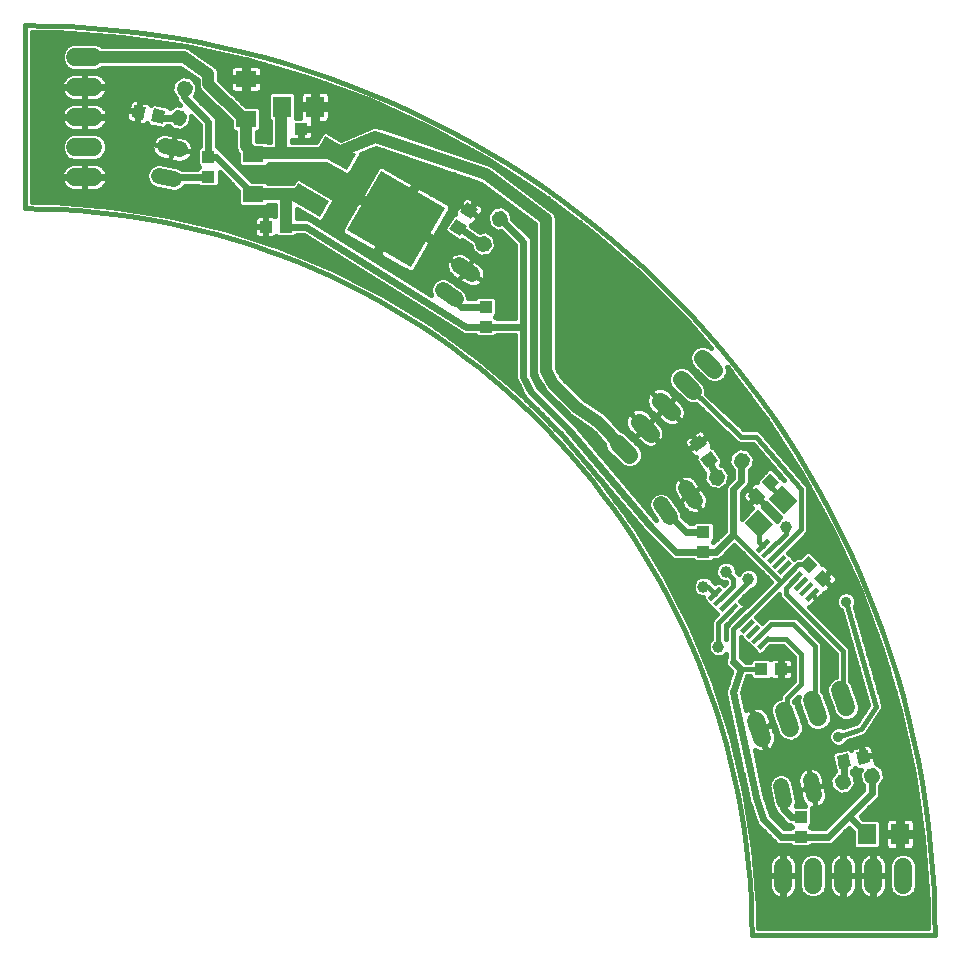
<source format=gtl>
G75*
%MOIN*%
%OFA0B0*%
%FSLAX25Y25*%
%IPPOS*%
%LPD*%
%AMOC8*
5,1,8,0,0,1.08239X$1,22.5*
%
%ADD10C,0.01600*%
%ADD11C,0.01040*%
%ADD12R,0.03937X0.04331*%
%ADD13C,0.05200*%
%ADD14R,0.04331X0.03937*%
%ADD15R,0.22835X0.24409*%
%ADD16R,0.06299X0.11811*%
%ADD17R,0.07087X0.05512*%
%ADD18R,0.06299X0.07087*%
%ADD19R,0.05315X0.01575*%
%ADD20R,0.06299X0.07098*%
%ADD21C,0.06000*%
%ADD22C,0.05600*%
%ADD23C,0.25400*%
%ADD24C,0.02400*%
%ADD25C,0.04000*%
%ADD26C,0.03962*%
%ADD27C,0.03569*%
D10*
X0050737Y0333847D02*
X0058061Y0333758D01*
X0065381Y0333493D01*
X0072693Y0333051D01*
X0079991Y0332432D01*
X0087273Y0331637D01*
X0094533Y0330666D01*
X0101768Y0329520D01*
X0108973Y0328200D01*
X0116143Y0326706D01*
X0123276Y0325039D01*
X0130366Y0323200D01*
X0137410Y0321191D01*
X0144403Y0319012D01*
X0151342Y0316664D01*
X0158221Y0314150D01*
X0165038Y0311470D01*
X0171788Y0308626D01*
X0178468Y0305620D01*
X0185073Y0302453D01*
X0191599Y0299128D01*
X0198043Y0295645D01*
X0204402Y0292009D01*
X0210670Y0288219D01*
X0216845Y0284279D01*
X0222923Y0280192D01*
X0228901Y0275958D01*
X0234774Y0271581D01*
X0240540Y0267064D01*
X0246195Y0262409D01*
X0251736Y0257618D01*
X0257160Y0252695D01*
X0262463Y0247642D01*
X0267642Y0242463D01*
X0272695Y0237160D01*
X0277618Y0231736D01*
X0282409Y0226195D01*
X0287064Y0220540D01*
X0291581Y0214774D01*
X0295958Y0208901D01*
X0300192Y0202923D01*
X0304279Y0196845D01*
X0308219Y0190670D01*
X0312009Y0184402D01*
X0315645Y0178043D01*
X0319128Y0171599D01*
X0322453Y0165073D01*
X0325620Y0158468D01*
X0328626Y0151788D01*
X0331470Y0145038D01*
X0334150Y0138221D01*
X0336664Y0131342D01*
X0339012Y0124403D01*
X0341191Y0117410D01*
X0343200Y0110366D01*
X0345039Y0103276D01*
X0346706Y0096143D01*
X0348200Y0088973D01*
X0349520Y0081768D01*
X0350666Y0074533D01*
X0351637Y0067273D01*
X0352432Y0059991D01*
X0353051Y0052693D01*
X0353493Y0045381D01*
X0353758Y0038061D01*
X0353847Y0030737D01*
X0292824Y0030737D01*
X0294924Y0032837D02*
X0294924Y0040331D01*
X0293418Y0059460D01*
X0290416Y0078412D01*
X0285937Y0097070D01*
X0280008Y0115319D01*
X0272665Y0133047D01*
X0263953Y0150144D01*
X0253927Y0166504D01*
X0242649Y0182028D01*
X0230187Y0196619D01*
X0216619Y0210187D01*
X0216619Y0210187D01*
X0202028Y0222649D01*
X0186504Y0233927D01*
X0170144Y0243953D01*
X0170144Y0243953D01*
X0153047Y0252665D01*
X0135319Y0260008D01*
X0117070Y0265937D01*
X0098412Y0270416D01*
X0079460Y0273418D01*
X0060331Y0274924D01*
X0052837Y0274924D01*
X0052837Y0331710D01*
X0061481Y0331555D01*
X0082914Y0330023D01*
X0104182Y0326965D01*
X0125179Y0322397D01*
X0145796Y0316343D01*
X0165929Y0308834D01*
X0185474Y0299908D01*
X0204334Y0289610D01*
X0222410Y0277993D01*
X0239612Y0265116D01*
X0255851Y0251045D01*
X0271045Y0235851D01*
X0279410Y0226197D01*
X0278955Y0226652D01*
X0277337Y0227322D01*
X0275587Y0227322D01*
X0273970Y0226652D01*
X0272732Y0225414D01*
X0272062Y0223797D01*
X0272062Y0222047D01*
X0272732Y0220430D01*
X0277930Y0215232D01*
X0279547Y0214562D01*
X0281297Y0214562D01*
X0282914Y0215232D01*
X0284152Y0216470D01*
X0284822Y0218087D01*
X0284822Y0219837D01*
X0284732Y0220055D01*
X0285116Y0219612D01*
X0297993Y0202410D01*
X0309610Y0184334D01*
X0319908Y0165474D01*
X0328834Y0145929D01*
X0336343Y0125796D01*
X0342397Y0105179D01*
X0346965Y0084182D01*
X0350023Y0062914D01*
X0351555Y0041481D01*
X0351710Y0032837D01*
X0294924Y0032837D01*
X0294924Y0033194D02*
X0351703Y0033194D01*
X0351675Y0034793D02*
X0294924Y0034793D01*
X0294924Y0036391D02*
X0351646Y0036391D01*
X0351618Y0037990D02*
X0294924Y0037990D01*
X0294924Y0039588D02*
X0351589Y0039588D01*
X0351561Y0041187D02*
X0294856Y0041187D01*
X0294730Y0042785D02*
X0302073Y0042785D01*
X0302211Y0042740D02*
X0302958Y0042622D01*
X0303135Y0042622D01*
X0303135Y0050222D01*
X0298535Y0050222D01*
X0298535Y0047044D01*
X0298654Y0046298D01*
X0298887Y0045579D01*
X0299230Y0044906D01*
X0299674Y0044295D01*
X0300208Y0043761D01*
X0300820Y0043317D01*
X0301493Y0042974D01*
X0302211Y0042740D01*
X0303135Y0042785D02*
X0303535Y0042785D01*
X0303535Y0042622D02*
X0303713Y0042622D01*
X0304459Y0042740D01*
X0305178Y0042974D01*
X0305851Y0043317D01*
X0306462Y0043761D01*
X0306997Y0044295D01*
X0307441Y0044906D01*
X0307784Y0045579D01*
X0308017Y0046298D01*
X0308135Y0047044D01*
X0308135Y0050222D01*
X0303536Y0050222D01*
X0303536Y0050622D01*
X0308135Y0050622D01*
X0308135Y0053800D01*
X0308017Y0054546D01*
X0307784Y0055265D01*
X0307441Y0055938D01*
X0306997Y0056549D01*
X0306462Y0057083D01*
X0305851Y0057527D01*
X0305178Y0057870D01*
X0304459Y0058104D01*
X0303713Y0058222D01*
X0303535Y0058222D01*
X0303535Y0050622D01*
X0303135Y0050622D01*
X0303135Y0050222D01*
X0303535Y0050222D01*
X0303535Y0042622D01*
X0304598Y0042785D02*
X0322073Y0042785D01*
X0322211Y0042740D02*
X0322958Y0042622D01*
X0323135Y0042622D01*
X0323135Y0050222D01*
X0318535Y0050222D01*
X0318535Y0047044D01*
X0318654Y0046298D01*
X0318887Y0045579D01*
X0319230Y0044906D01*
X0319674Y0044295D01*
X0320208Y0043761D01*
X0320820Y0043317D01*
X0321493Y0042974D01*
X0322211Y0042740D01*
X0323135Y0042785D02*
X0323535Y0042785D01*
X0323535Y0042622D02*
X0323713Y0042622D01*
X0324459Y0042740D01*
X0325178Y0042974D01*
X0325851Y0043317D01*
X0326462Y0043761D01*
X0326997Y0044295D01*
X0327441Y0044906D01*
X0327784Y0045579D01*
X0328017Y0046298D01*
X0328135Y0047044D01*
X0328135Y0050222D01*
X0323536Y0050222D01*
X0323536Y0050622D01*
X0328135Y0050622D01*
X0328135Y0053800D01*
X0328017Y0054546D01*
X0327784Y0055265D01*
X0327441Y0055938D01*
X0326997Y0056549D01*
X0326462Y0057083D01*
X0325851Y0057527D01*
X0325178Y0057870D01*
X0324459Y0058104D01*
X0323713Y0058222D01*
X0323535Y0058222D01*
X0323535Y0050622D01*
X0323135Y0050622D01*
X0323135Y0050222D01*
X0323535Y0050222D01*
X0323535Y0042622D01*
X0324598Y0042785D02*
X0332073Y0042785D01*
X0332211Y0042740D02*
X0332958Y0042622D01*
X0333135Y0042622D01*
X0333135Y0050222D01*
X0328535Y0050222D01*
X0328535Y0047044D01*
X0328654Y0046298D01*
X0328887Y0045579D01*
X0329230Y0044906D01*
X0329674Y0044295D01*
X0330208Y0043761D01*
X0330820Y0043317D01*
X0331493Y0042974D01*
X0332211Y0042740D01*
X0333135Y0042785D02*
X0333535Y0042785D01*
X0333535Y0042622D02*
X0333713Y0042622D01*
X0334459Y0042740D01*
X0335178Y0042974D01*
X0335851Y0043317D01*
X0336462Y0043761D01*
X0336997Y0044295D01*
X0337441Y0044906D01*
X0337784Y0045579D01*
X0338017Y0046298D01*
X0338135Y0047044D01*
X0338135Y0050222D01*
X0333536Y0050222D01*
X0333536Y0050622D01*
X0338135Y0050622D01*
X0338135Y0053800D01*
X0338017Y0054546D01*
X0337784Y0055265D01*
X0337441Y0055938D01*
X0336997Y0056549D01*
X0336462Y0057083D01*
X0335851Y0057527D01*
X0335178Y0057870D01*
X0334459Y0058104D01*
X0333713Y0058222D01*
X0333535Y0058222D01*
X0333535Y0050622D01*
X0333135Y0050622D01*
X0333135Y0050222D01*
X0333535Y0050222D01*
X0333535Y0042622D01*
X0334598Y0042785D02*
X0351462Y0042785D01*
X0351348Y0044384D02*
X0346802Y0044384D01*
X0347235Y0044816D02*
X0347935Y0046507D01*
X0347935Y0054337D01*
X0347235Y0056028D01*
X0345941Y0057322D01*
X0344250Y0058022D01*
X0342420Y0058022D01*
X0340730Y0057322D01*
X0339436Y0056028D01*
X0338735Y0054337D01*
X0338735Y0046507D01*
X0339436Y0044816D01*
X0340730Y0043522D01*
X0342420Y0042822D01*
X0344250Y0042822D01*
X0345941Y0043522D01*
X0347235Y0044816D01*
X0347718Y0045982D02*
X0351234Y0045982D01*
X0351119Y0047581D02*
X0347935Y0047581D01*
X0347935Y0049179D02*
X0351005Y0049179D01*
X0350891Y0050778D02*
X0347935Y0050778D01*
X0347935Y0052376D02*
X0350776Y0052376D01*
X0350662Y0053975D02*
X0347935Y0053975D01*
X0347423Y0055573D02*
X0350548Y0055573D01*
X0350433Y0057172D02*
X0346091Y0057172D01*
X0345698Y0058957D02*
X0346156Y0059079D01*
X0346567Y0059316D01*
X0346902Y0059651D01*
X0347139Y0060062D01*
X0347261Y0060520D01*
X0347261Y0063525D01*
X0343087Y0063525D01*
X0343087Y0065075D01*
X0347261Y0065075D01*
X0347261Y0068080D01*
X0347139Y0068538D01*
X0346902Y0068949D01*
X0346567Y0069284D01*
X0346156Y0069521D01*
X0345698Y0069643D01*
X0343087Y0069643D01*
X0343087Y0065075D01*
X0341537Y0065075D01*
X0341537Y0069643D01*
X0338925Y0069643D01*
X0338467Y0069521D01*
X0338057Y0069284D01*
X0337722Y0068949D01*
X0337485Y0068538D01*
X0337362Y0068080D01*
X0337362Y0065075D01*
X0341537Y0065075D01*
X0341537Y0063525D01*
X0343087Y0063525D01*
X0343087Y0058957D01*
X0345698Y0058957D01*
X0347221Y0060369D02*
X0350205Y0060369D01*
X0350090Y0061967D02*
X0347261Y0061967D01*
X0349929Y0063566D02*
X0343087Y0063566D01*
X0341537Y0063566D02*
X0336038Y0063566D01*
X0337362Y0063525D02*
X0337362Y0060520D01*
X0337485Y0060062D01*
X0337722Y0059651D01*
X0338057Y0059316D01*
X0338467Y0059079D01*
X0338925Y0058957D01*
X0341537Y0058957D01*
X0341537Y0063525D01*
X0337362Y0063525D01*
X0337362Y0061967D02*
X0336038Y0061967D01*
X0336038Y0060369D02*
X0337403Y0060369D01*
X0336038Y0060094D02*
X0336038Y0068506D01*
X0335101Y0069443D01*
X0330105Y0069443D01*
X0329254Y0070294D01*
X0335297Y0076337D01*
X0335724Y0077367D01*
X0335724Y0080353D01*
X0337383Y0082842D01*
X0336701Y0086254D01*
X0334220Y0087908D01*
X0334248Y0088338D01*
X0333813Y0090513D01*
X0330298Y0089811D01*
X0330226Y0090173D01*
X0329865Y0090100D01*
X0329124Y0093808D01*
X0327142Y0093412D01*
X0326717Y0093202D01*
X0326361Y0092889D01*
X0326098Y0092495D01*
X0326061Y0092385D01*
X0325361Y0092852D01*
X0320200Y0091821D01*
X0319465Y0090718D01*
X0320520Y0085440D01*
X0318658Y0082648D01*
X0319340Y0079236D01*
X0322234Y0077306D01*
X0325646Y0077987D01*
X0327577Y0080882D01*
X0326895Y0084294D01*
X0326318Y0084679D01*
X0326318Y0085364D01*
X0326836Y0085467D01*
X0327303Y0086168D01*
X0327380Y0086081D01*
X0327774Y0085818D01*
X0328223Y0085666D01*
X0328696Y0085635D01*
X0329219Y0085740D01*
X0328464Y0084608D01*
X0329146Y0081196D01*
X0330124Y0080544D01*
X0330124Y0079083D01*
X0323964Y0072924D01*
X0317294Y0066254D01*
X0312897Y0066254D01*
X0312350Y0066800D01*
X0313065Y0067515D01*
X0313065Y0072778D01*
X0313016Y0072827D01*
X0313342Y0072788D01*
X0314034Y0072816D01*
X0314374Y0072884D01*
X0314713Y0072952D01*
X0315363Y0073192D01*
X0315967Y0073531D01*
X0316511Y0073960D01*
X0316980Y0074469D01*
X0317364Y0075045D01*
X0317654Y0075675D01*
X0317841Y0076341D01*
X0317922Y0077029D01*
X0317894Y0077721D01*
X0317317Y0080610D01*
X0313002Y0079748D01*
X0308688Y0078886D01*
X0309265Y0075997D01*
X0309505Y0075347D01*
X0309844Y0074743D01*
X0310273Y0074200D01*
X0310782Y0073730D01*
X0310805Y0073715D01*
X0307685Y0073715D01*
X0307988Y0075243D01*
X0306642Y0081981D01*
X0305712Y0083369D01*
X0304322Y0084296D01*
X0302683Y0084621D01*
X0301045Y0084293D01*
X0299656Y0083364D01*
X0298729Y0081974D01*
X0298404Y0080335D01*
X0299751Y0073597D01*
X0300396Y0072633D01*
X0300396Y0072347D01*
X0300822Y0071318D01*
X0301610Y0070530D01*
X0304367Y0067773D01*
X0305397Y0067346D01*
X0305703Y0067346D01*
X0306250Y0066800D01*
X0305703Y0066254D01*
X0303806Y0066254D01*
X0299247Y0070812D01*
X0297005Y0077538D01*
X0293873Y0092154D01*
X0294544Y0091841D01*
X0295271Y0091632D01*
X0296021Y0091540D01*
X0296776Y0091567D01*
X0297517Y0091711D01*
X0297684Y0091772D01*
X0295085Y0098913D01*
X0295461Y0099050D01*
X0298060Y0091909D01*
X0298227Y0091969D01*
X0298888Y0092336D01*
X0299484Y0092801D01*
X0299999Y0093353D01*
X0300421Y0093980D01*
X0300741Y0094664D01*
X0300949Y0095391D01*
X0301041Y0096141D01*
X0301015Y0096896D01*
X0300870Y0097637D01*
X0299784Y0100623D01*
X0295461Y0099050D01*
X0295324Y0099426D01*
X0294948Y0099289D01*
X0292349Y0106431D01*
X0292182Y0106370D01*
X0291521Y0106004D01*
X0290994Y0105592D01*
X0289698Y0111639D01*
X0291451Y0116900D01*
X0292188Y0116900D01*
X0292188Y0116669D01*
X0293125Y0115731D01*
X0298782Y0115731D01*
X0299159Y0116108D01*
X0299376Y0115891D01*
X0299786Y0115654D01*
X0300244Y0115531D01*
X0302462Y0115531D01*
X0302462Y0119116D01*
X0302831Y0119116D01*
X0302831Y0119484D01*
X0306612Y0119484D01*
X0306612Y0121505D01*
X0306489Y0121963D01*
X0306252Y0122374D01*
X0305917Y0122709D01*
X0305507Y0122946D01*
X0305049Y0123068D01*
X0302831Y0123068D01*
X0302831Y0119484D01*
X0302462Y0119484D01*
X0302462Y0123068D01*
X0300244Y0123068D01*
X0299786Y0122946D01*
X0299376Y0122709D01*
X0299159Y0122492D01*
X0298782Y0122868D01*
X0293125Y0122868D01*
X0292188Y0121931D01*
X0292188Y0121700D01*
X0290860Y0121700D01*
X0289200Y0123360D01*
X0289200Y0129872D01*
X0289284Y0129787D01*
X0291094Y0127978D01*
X0292903Y0126168D01*
X0294954Y0124118D01*
X0296280Y0124118D01*
X0298268Y0126106D01*
X0298299Y0126119D01*
X0299080Y0126900D01*
X0303306Y0126900D01*
X0306900Y0123306D01*
X0306900Y0115294D01*
X0302567Y0110961D01*
X0302202Y0110079D01*
X0302202Y0109804D01*
X0301142Y0109419D01*
X0299793Y0108182D01*
X0299020Y0106524D01*
X0298940Y0104695D01*
X0301618Y0097338D01*
X0302854Y0095989D01*
X0304513Y0095215D01*
X0306341Y0095135D01*
X0308061Y0095761D01*
X0309410Y0096998D01*
X0310183Y0098656D01*
X0310263Y0100484D01*
X0307585Y0107842D01*
X0307002Y0108479D01*
X0307002Y0108607D01*
X0308485Y0110091D01*
X0308417Y0109944D01*
X0308337Y0108116D01*
X0311015Y0100758D01*
X0312251Y0099409D01*
X0313910Y0098635D01*
X0315738Y0098555D01*
X0317458Y0099181D01*
X0318807Y0100418D01*
X0319580Y0102076D01*
X0319660Y0103904D01*
X0316982Y0111262D01*
X0316398Y0111899D01*
X0316398Y0127579D01*
X0316033Y0128461D01*
X0308835Y0135659D01*
X0308159Y0136335D01*
X0307277Y0136700D01*
X0298989Y0136700D01*
X0298107Y0136335D01*
X0297432Y0135659D01*
X0296443Y0134671D01*
X0295305Y0135808D01*
X0294409Y0136705D01*
X0301900Y0144196D01*
X0301900Y0143823D01*
X0302265Y0142941D01*
X0320995Y0124210D01*
X0320995Y0116644D01*
X0319936Y0116259D01*
X0318587Y0115023D01*
X0317814Y0113364D01*
X0317734Y0111536D01*
X0320412Y0104178D01*
X0321648Y0102829D01*
X0323307Y0102056D01*
X0325135Y0101976D01*
X0326855Y0102602D01*
X0328204Y0103838D01*
X0328977Y0105496D01*
X0329057Y0107325D01*
X0326379Y0114682D01*
X0325795Y0115319D01*
X0325795Y0125682D01*
X0325430Y0126564D01*
X0324755Y0127239D01*
X0312025Y0139969D01*
X0312319Y0140048D01*
X0312729Y0140285D01*
X0314776Y0142331D01*
X0312947Y0144161D01*
X0314776Y0142331D01*
X0316823Y0144378D01*
X0317015Y0144711D01*
X0317042Y0144711D01*
X0317500Y0144833D01*
X0317911Y0145070D01*
X0319340Y0146499D01*
X0316666Y0149173D01*
X0316927Y0149434D01*
X0316666Y0149694D01*
X0319201Y0152229D01*
X0317632Y0153797D01*
X0317222Y0154034D01*
X0316764Y0154157D01*
X0316457Y0154157D01*
X0316457Y0154690D01*
X0312457Y0158689D01*
X0311132Y0158689D01*
X0309009Y0156566D01*
X0307998Y0156566D01*
X0307116Y0156201D01*
X0307022Y0156106D01*
X0305884Y0157244D01*
X0304987Y0158141D01*
X0310659Y0163813D01*
X0311335Y0164488D01*
X0311700Y0165370D01*
X0311700Y0179208D01*
X0311730Y0179592D01*
X0311700Y0179682D01*
X0311700Y0179777D01*
X0311553Y0180133D01*
X0311433Y0180499D01*
X0311371Y0180572D01*
X0311335Y0180659D01*
X0311062Y0180932D01*
X0296371Y0198072D01*
X0296335Y0198159D01*
X0296062Y0198432D01*
X0295812Y0198724D01*
X0295727Y0198767D01*
X0295659Y0198835D01*
X0295304Y0198982D01*
X0294960Y0199156D01*
X0294865Y0199164D01*
X0294777Y0199200D01*
X0294392Y0199200D01*
X0294008Y0199230D01*
X0293918Y0199200D01*
X0290260Y0199200D01*
X0277751Y0211110D01*
X0277751Y0212766D01*
X0277081Y0214384D01*
X0271884Y0219581D01*
X0270266Y0220251D01*
X0268516Y0220251D01*
X0266899Y0219581D01*
X0265661Y0218343D01*
X0264991Y0216726D01*
X0264991Y0214976D01*
X0265661Y0213359D01*
X0270859Y0208161D01*
X0272476Y0207491D01*
X0274226Y0207491D01*
X0274480Y0207597D01*
X0287624Y0195082D01*
X0287941Y0194765D01*
X0287969Y0194754D01*
X0287991Y0194733D01*
X0288409Y0194571D01*
X0288823Y0194400D01*
X0288853Y0194400D01*
X0288882Y0194389D01*
X0289329Y0194400D01*
X0293196Y0194400D01*
X0303498Y0182381D01*
X0299690Y0186189D01*
X0298364Y0186189D01*
X0294643Y0182468D01*
X0294643Y0181627D01*
X0294531Y0181657D01*
X0294058Y0181657D01*
X0293600Y0181534D01*
X0293189Y0181297D01*
X0291760Y0179868D01*
X0294434Y0177194D01*
X0294173Y0176934D01*
X0291499Y0179607D01*
X0290070Y0178178D01*
X0289833Y0177768D01*
X0289711Y0177310D01*
X0289711Y0176836D01*
X0289833Y0176378D01*
X0290070Y0175968D01*
X0291639Y0174399D01*
X0294173Y0176934D01*
X0294434Y0176673D01*
X0294694Y0176934D01*
X0297368Y0174260D01*
X0297704Y0174596D01*
X0302408Y0169892D01*
X0302271Y0169836D01*
X0301264Y0168829D01*
X0301208Y0168692D01*
X0296504Y0173396D01*
X0297107Y0173999D01*
X0294434Y0176673D01*
X0291899Y0174139D01*
X0293128Y0172910D01*
X0289600Y0169382D01*
X0289600Y0178140D01*
X0290966Y0179506D01*
X0291754Y0180294D01*
X0292180Y0181323D01*
X0292180Y0185693D01*
X0293162Y0186350D01*
X0293838Y0189764D01*
X0291902Y0192655D01*
X0288489Y0193331D01*
X0285598Y0191395D01*
X0284922Y0187982D01*
X0286580Y0185505D01*
X0286580Y0183040D01*
X0284982Y0181442D01*
X0285528Y0184201D01*
X0283593Y0187092D01*
X0282516Y0187305D01*
X0282997Y0187627D01*
X0283254Y0188927D01*
X0280327Y0193300D01*
X0279501Y0193464D01*
X0279552Y0193568D01*
X0279645Y0194032D01*
X0279613Y0194505D01*
X0279460Y0194954D01*
X0278336Y0196634D01*
X0275194Y0194530D01*
X0274989Y0194836D01*
X0278131Y0196940D01*
X0277007Y0198619D01*
X0276650Y0198932D01*
X0276225Y0199141D01*
X0275760Y0199233D01*
X0275287Y0199202D01*
X0274838Y0199049D01*
X0272995Y0197815D01*
X0274989Y0194837D01*
X0274683Y0194631D01*
X0274888Y0194325D01*
X0271746Y0192222D01*
X0272870Y0190542D01*
X0273227Y0190230D01*
X0273652Y0190021D01*
X0274117Y0189929D01*
X0274232Y0189936D01*
X0274069Y0189111D01*
X0276996Y0184738D01*
X0277069Y0184724D01*
X0276612Y0182419D01*
X0278548Y0179528D01*
X0281961Y0178852D01*
X0284206Y0180355D01*
X0284000Y0179857D01*
X0284000Y0165460D01*
X0280095Y0161555D01*
X0279850Y0161800D01*
X0280565Y0162515D01*
X0280565Y0167778D01*
X0279628Y0168715D01*
X0273972Y0168715D01*
X0273203Y0167946D01*
X0272165Y0167946D01*
X0269773Y0170339D01*
X0269542Y0171492D01*
X0265720Y0177202D01*
X0264330Y0178129D01*
X0262691Y0178453D01*
X0261053Y0178126D01*
X0259664Y0177197D01*
X0258737Y0175807D01*
X0258412Y0174167D01*
X0258740Y0172529D01*
X0261087Y0169022D01*
X0234220Y0200775D01*
X0234174Y0200886D01*
X0233862Y0201198D01*
X0233578Y0201534D01*
X0233471Y0201589D01*
X0221601Y0213459D01*
X0219600Y0217461D01*
X0219600Y0262357D01*
X0219174Y0263386D01*
X0218386Y0264174D01*
X0213142Y0269418D01*
X0212643Y0271914D01*
X0209749Y0273844D01*
X0206337Y0273163D01*
X0204406Y0270268D01*
X0205088Y0266856D01*
X0207983Y0264926D01*
X0209426Y0265214D01*
X0214000Y0260640D01*
X0214000Y0236254D01*
X0207897Y0236254D01*
X0207350Y0236800D01*
X0208065Y0237515D01*
X0208065Y0242778D01*
X0207128Y0243715D01*
X0201472Y0243715D01*
X0200703Y0242946D01*
X0198413Y0242946D01*
X0198136Y0244336D01*
X0197206Y0245724D01*
X0191490Y0249537D01*
X0189851Y0249861D01*
X0188213Y0249534D01*
X0186824Y0248604D01*
X0185897Y0247214D01*
X0185573Y0245575D01*
X0185863Y0244121D01*
X0146054Y0269005D01*
X0145886Y0269174D01*
X0145587Y0269298D01*
X0145312Y0269470D01*
X0145077Y0269509D01*
X0144857Y0269600D01*
X0144533Y0269600D01*
X0144213Y0269654D01*
X0143981Y0269600D01*
X0141246Y0269600D01*
X0141246Y0272511D01*
X0148635Y0268246D01*
X0149915Y0268589D01*
X0153728Y0275192D01*
X0153384Y0276472D01*
X0142008Y0283040D01*
X0140728Y0282697D01*
X0139867Y0281207D01*
X0131762Y0281207D01*
X0131006Y0281963D01*
X0126404Y0281963D01*
X0116634Y0291733D01*
X0115847Y0292520D01*
X0115565Y0292637D01*
X0115565Y0292778D01*
X0114628Y0293715D01*
X0114600Y0293715D01*
X0114600Y0302357D01*
X0114174Y0303386D01*
X0113386Y0304174D01*
X0107300Y0310260D01*
X0107502Y0310395D01*
X0108184Y0313807D01*
X0106254Y0316701D01*
X0102842Y0317383D01*
X0099947Y0315452D01*
X0099265Y0312041D01*
X0100925Y0309552D01*
X0100925Y0309318D01*
X0101351Y0308289D01*
X0102358Y0307282D01*
X0100882Y0307577D01*
X0098818Y0306200D01*
X0098395Y0306833D01*
X0093233Y0307855D01*
X0092534Y0307387D01*
X0092496Y0307496D01*
X0092233Y0307890D01*
X0091876Y0308202D01*
X0091451Y0308411D01*
X0089468Y0308804D01*
X0088734Y0305095D01*
X0088372Y0305167D01*
X0088301Y0304805D01*
X0088662Y0304733D01*
X0087928Y0301024D01*
X0089911Y0300632D01*
X0090383Y0300663D01*
X0090832Y0300816D01*
X0091226Y0301080D01*
X0091302Y0301167D01*
X0091770Y0300467D01*
X0096932Y0299445D01*
X0098034Y0300183D01*
X0098061Y0300317D01*
X0098584Y0300317D01*
X0099236Y0299340D01*
X0102648Y0298658D01*
X0105543Y0300588D01*
X0106127Y0303513D01*
X0109000Y0300640D01*
X0109000Y0293715D01*
X0108972Y0293715D01*
X0108035Y0292778D01*
X0108035Y0287515D01*
X0108750Y0286800D01*
X0108035Y0286085D01*
X0108035Y0285996D01*
X0102945Y0285996D01*
X0101981Y0286642D01*
X0095243Y0287988D01*
X0093604Y0287663D01*
X0092214Y0286736D01*
X0091284Y0285348D01*
X0090957Y0283709D01*
X0091281Y0282070D01*
X0092209Y0280680D01*
X0093597Y0279751D01*
X0100335Y0278404D01*
X0101974Y0278729D01*
X0103364Y0279656D01*
X0103859Y0280396D01*
X0108461Y0280396D01*
X0108972Y0279885D01*
X0114628Y0279885D01*
X0115565Y0280822D01*
X0115565Y0284882D01*
X0121657Y0278791D01*
X0121657Y0274188D01*
X0122594Y0273251D01*
X0131006Y0273251D01*
X0131762Y0274007D01*
X0134046Y0274007D01*
X0134046Y0270311D01*
X0133814Y0270446D01*
X0133356Y0270568D01*
X0131138Y0270568D01*
X0131138Y0266984D01*
X0130769Y0266984D01*
X0130769Y0266616D01*
X0126988Y0266616D01*
X0126988Y0264595D01*
X0127111Y0264137D01*
X0127348Y0263726D01*
X0127683Y0263391D01*
X0128093Y0263154D01*
X0128551Y0263031D01*
X0130769Y0263031D01*
X0130769Y0266616D01*
X0131138Y0266616D01*
X0131138Y0263031D01*
X0133356Y0263031D01*
X0133814Y0263154D01*
X0134224Y0263391D01*
X0134441Y0263608D01*
X0134818Y0263231D01*
X0136854Y0263231D01*
X0136930Y0263200D01*
X0138363Y0263200D01*
X0138439Y0263231D01*
X0140475Y0263231D01*
X0141243Y0264000D01*
X0143497Y0264000D01*
X0195892Y0231248D01*
X0196060Y0231080D01*
X0196360Y0230956D01*
X0196635Y0230784D01*
X0196869Y0230745D01*
X0197089Y0230654D01*
X0197414Y0230654D01*
X0197733Y0230600D01*
X0197965Y0230654D01*
X0200703Y0230654D01*
X0201472Y0229885D01*
X0207128Y0229885D01*
X0207897Y0230654D01*
X0214000Y0230654D01*
X0214000Y0217254D01*
X0213968Y0217157D01*
X0214000Y0216701D01*
X0214000Y0216243D01*
X0214039Y0216148D01*
X0214047Y0216046D01*
X0214251Y0215637D01*
X0214426Y0215214D01*
X0214499Y0215141D01*
X0216751Y0210637D01*
X0216926Y0210214D01*
X0216999Y0210141D01*
X0217045Y0210050D01*
X0217390Y0209750D01*
X0229738Y0197402D01*
X0256880Y0165325D01*
X0256926Y0165214D01*
X0257238Y0164902D01*
X0257522Y0164566D01*
X0257629Y0164511D01*
X0265273Y0156867D01*
X0266060Y0156080D01*
X0267089Y0155654D01*
X0273203Y0155654D01*
X0273972Y0154885D01*
X0279628Y0154885D01*
X0280397Y0155654D01*
X0281510Y0155654D01*
X0282540Y0156080D01*
X0287083Y0160623D01*
X0299311Y0148395D01*
X0291156Y0140241D01*
X0291043Y0140353D01*
X0290319Y0141077D01*
X0289909Y0141314D01*
X0289759Y0141354D01*
X0288980Y0142134D01*
X0292603Y0145756D01*
X0293829Y0146264D01*
X0294836Y0147271D01*
X0295381Y0148588D01*
X0295381Y0150012D01*
X0294836Y0151329D01*
X0293829Y0152336D01*
X0292512Y0152881D01*
X0291088Y0152881D01*
X0289771Y0152336D01*
X0288764Y0151329D01*
X0288589Y0150905D01*
X0287881Y0151613D01*
X0287881Y0152512D01*
X0287336Y0153829D01*
X0286329Y0154836D01*
X0285012Y0155381D01*
X0283588Y0155381D01*
X0282271Y0154836D01*
X0281264Y0153829D01*
X0280719Y0152512D01*
X0280719Y0151088D01*
X0281264Y0149771D01*
X0282271Y0148764D01*
X0283588Y0148219D01*
X0284400Y0148219D01*
X0284400Y0147961D01*
X0283776Y0147337D01*
X0282639Y0148475D01*
X0281313Y0148475D01*
X0280662Y0147824D01*
X0280327Y0148159D01*
X0279962Y0148525D01*
X0279836Y0148829D01*
X0278829Y0149836D01*
X0277512Y0150381D01*
X0276088Y0150381D01*
X0274771Y0149836D01*
X0273764Y0148829D01*
X0273219Y0147512D01*
X0273219Y0146088D01*
X0273764Y0144771D01*
X0274771Y0143764D01*
X0276088Y0143219D01*
X0276618Y0143219D01*
X0276618Y0142454D01*
X0278668Y0140403D01*
X0278668Y0140403D01*
X0280478Y0138594D01*
X0281375Y0137697D01*
X0280441Y0136763D01*
X0279765Y0136088D01*
X0279400Y0135206D01*
X0279400Y0129464D01*
X0278764Y0128829D01*
X0278219Y0127512D01*
X0278219Y0126088D01*
X0278764Y0124771D01*
X0279771Y0123764D01*
X0281088Y0123219D01*
X0282512Y0123219D01*
X0283829Y0123764D01*
X0284400Y0124336D01*
X0284400Y0123323D01*
X0284000Y0122357D01*
X0284000Y0121243D01*
X0284426Y0120214D01*
X0286096Y0118544D01*
X0284256Y0113023D01*
X0284147Y0112853D01*
X0284082Y0112499D01*
X0283968Y0112157D01*
X0283982Y0111956D01*
X0283945Y0111758D01*
X0284021Y0111405D01*
X0284047Y0111046D01*
X0284137Y0110866D01*
X0291479Y0076602D01*
X0291468Y0076443D01*
X0291595Y0076062D01*
X0291679Y0075669D01*
X0291769Y0075537D01*
X0294000Y0068846D01*
X0294000Y0068743D01*
X0294175Y0068320D01*
X0294320Y0067886D01*
X0294387Y0067809D01*
X0294426Y0067714D01*
X0294750Y0067390D01*
X0295050Y0067045D01*
X0295141Y0066999D01*
X0301060Y0061080D01*
X0302089Y0060654D01*
X0305703Y0060654D01*
X0306472Y0059885D01*
X0312128Y0059885D01*
X0312897Y0060654D01*
X0319010Y0060654D01*
X0320040Y0061080D01*
X0320827Y0061867D01*
X0325294Y0066334D01*
X0326539Y0065090D01*
X0326539Y0060094D01*
X0327476Y0059157D01*
X0335101Y0059157D01*
X0336038Y0060094D01*
X0336341Y0057172D02*
X0340580Y0057172D01*
X0339247Y0055573D02*
X0337627Y0055573D01*
X0338108Y0053975D02*
X0338735Y0053975D01*
X0338735Y0052376D02*
X0338135Y0052376D01*
X0338135Y0050778D02*
X0338735Y0050778D01*
X0338735Y0049179D02*
X0338135Y0049179D01*
X0338135Y0047581D02*
X0338735Y0047581D01*
X0338953Y0045982D02*
X0337915Y0045982D01*
X0337061Y0044384D02*
X0339868Y0044384D01*
X0333535Y0044384D02*
X0333135Y0044384D01*
X0333135Y0045982D02*
X0333535Y0045982D01*
X0333535Y0047581D02*
X0333135Y0047581D01*
X0333135Y0049179D02*
X0333535Y0049179D01*
X0333135Y0050622D02*
X0328535Y0050622D01*
X0328535Y0053800D01*
X0328654Y0054546D01*
X0328887Y0055265D01*
X0329230Y0055938D01*
X0329674Y0056549D01*
X0330208Y0057083D01*
X0330820Y0057527D01*
X0331493Y0057870D01*
X0332211Y0058104D01*
X0332958Y0058222D01*
X0333135Y0058222D01*
X0333135Y0050622D01*
X0333135Y0050778D02*
X0333535Y0050778D01*
X0333535Y0052376D02*
X0333135Y0052376D01*
X0333135Y0053975D02*
X0333535Y0053975D01*
X0333535Y0055573D02*
X0333135Y0055573D01*
X0333135Y0057172D02*
X0333535Y0057172D01*
X0330330Y0057172D02*
X0326341Y0057172D01*
X0327627Y0055573D02*
X0329044Y0055573D01*
X0328563Y0053975D02*
X0328108Y0053975D01*
X0328135Y0052376D02*
X0328535Y0052376D01*
X0328535Y0050778D02*
X0328135Y0050778D01*
X0328135Y0049179D02*
X0328535Y0049179D01*
X0328535Y0047581D02*
X0328135Y0047581D01*
X0327915Y0045982D02*
X0328756Y0045982D01*
X0329610Y0044384D02*
X0327061Y0044384D01*
X0323535Y0044384D02*
X0323135Y0044384D01*
X0323135Y0045982D02*
X0323535Y0045982D01*
X0323535Y0047581D02*
X0323135Y0047581D01*
X0323135Y0049179D02*
X0323535Y0049179D01*
X0323135Y0050622D02*
X0318535Y0050622D01*
X0318535Y0053800D01*
X0318654Y0054546D01*
X0318887Y0055265D01*
X0319230Y0055938D01*
X0319674Y0056549D01*
X0320208Y0057083D01*
X0320820Y0057527D01*
X0321493Y0057870D01*
X0322211Y0058104D01*
X0322958Y0058222D01*
X0323135Y0058222D01*
X0323135Y0050622D01*
X0323135Y0050778D02*
X0323535Y0050778D01*
X0323535Y0052376D02*
X0323135Y0052376D01*
X0323135Y0053975D02*
X0323535Y0053975D01*
X0323535Y0055573D02*
X0323135Y0055573D01*
X0323135Y0057172D02*
X0323535Y0057172D01*
X0320330Y0057172D02*
X0316091Y0057172D01*
X0315941Y0057322D02*
X0314250Y0058022D01*
X0312420Y0058022D01*
X0310730Y0057322D01*
X0309436Y0056028D01*
X0308735Y0054337D01*
X0308735Y0046507D01*
X0309436Y0044816D01*
X0310730Y0043522D01*
X0312420Y0042822D01*
X0314250Y0042822D01*
X0315941Y0043522D01*
X0317235Y0044816D01*
X0317935Y0046507D01*
X0317935Y0054337D01*
X0317235Y0056028D01*
X0315941Y0057322D01*
X0317423Y0055573D02*
X0319044Y0055573D01*
X0318563Y0053975D02*
X0317935Y0053975D01*
X0317935Y0052376D02*
X0318535Y0052376D01*
X0318535Y0050778D02*
X0317935Y0050778D01*
X0317935Y0049179D02*
X0318535Y0049179D01*
X0318535Y0047581D02*
X0317935Y0047581D01*
X0317718Y0045982D02*
X0318756Y0045982D01*
X0319610Y0044384D02*
X0316802Y0044384D01*
X0309868Y0044384D02*
X0307061Y0044384D01*
X0307915Y0045982D02*
X0308953Y0045982D01*
X0308735Y0047581D02*
X0308135Y0047581D01*
X0308135Y0049179D02*
X0308735Y0049179D01*
X0308735Y0050778D02*
X0308135Y0050778D01*
X0308135Y0052376D02*
X0308735Y0052376D01*
X0308735Y0053975D02*
X0308108Y0053975D01*
X0307627Y0055573D02*
X0309247Y0055573D01*
X0310580Y0057172D02*
X0306341Y0057172D01*
X0303535Y0057172D02*
X0303135Y0057172D01*
X0303135Y0058222D02*
X0302958Y0058222D01*
X0302211Y0058104D01*
X0301493Y0057870D01*
X0300820Y0057527D01*
X0300208Y0057083D01*
X0299674Y0056549D01*
X0299230Y0055938D01*
X0298887Y0055265D01*
X0298654Y0054546D01*
X0298535Y0053800D01*
X0298535Y0050622D01*
X0303135Y0050622D01*
X0303135Y0058222D01*
X0303135Y0055573D02*
X0303535Y0055573D01*
X0303535Y0053975D02*
X0303135Y0053975D01*
X0303135Y0052376D02*
X0303535Y0052376D01*
X0303535Y0050778D02*
X0303135Y0050778D01*
X0303135Y0049179D02*
X0303535Y0049179D01*
X0303535Y0047581D02*
X0303135Y0047581D01*
X0303135Y0045982D02*
X0303535Y0045982D01*
X0303535Y0044384D02*
X0303135Y0044384D01*
X0299610Y0044384D02*
X0294605Y0044384D01*
X0294479Y0045982D02*
X0298756Y0045982D01*
X0298535Y0047581D02*
X0294353Y0047581D01*
X0294227Y0049179D02*
X0298535Y0049179D01*
X0298535Y0050778D02*
X0294101Y0050778D01*
X0293976Y0052376D02*
X0298535Y0052376D01*
X0298563Y0053975D02*
X0293850Y0053975D01*
X0293724Y0055573D02*
X0299044Y0055573D01*
X0300330Y0057172D02*
X0293598Y0057172D01*
X0293472Y0058770D02*
X0350319Y0058770D01*
X0349699Y0065164D02*
X0347261Y0065164D01*
X0347261Y0066763D02*
X0349469Y0066763D01*
X0349239Y0068361D02*
X0347186Y0068361D01*
X0349009Y0069960D02*
X0329588Y0069960D01*
X0330518Y0071558D02*
X0348780Y0071558D01*
X0348550Y0073157D02*
X0332117Y0073157D01*
X0333715Y0074755D02*
X0348320Y0074755D01*
X0348090Y0076354D02*
X0335304Y0076354D01*
X0335724Y0077952D02*
X0347860Y0077952D01*
X0347630Y0079551D02*
X0335724Y0079551D01*
X0336254Y0081149D02*
X0347401Y0081149D01*
X0347171Y0082748D02*
X0337320Y0082748D01*
X0337082Y0084346D02*
X0346929Y0084346D01*
X0346581Y0085945D02*
X0336763Y0085945D01*
X0334767Y0087543D02*
X0346233Y0087543D01*
X0345886Y0089142D02*
X0334087Y0089142D01*
X0333741Y0090875D02*
X0333306Y0093050D01*
X0333096Y0093475D01*
X0332783Y0093831D01*
X0332389Y0094094D01*
X0331940Y0094246D01*
X0331467Y0094276D01*
X0329485Y0093880D01*
X0330226Y0090173D01*
X0333741Y0090875D01*
X0333068Y0090740D02*
X0345538Y0090740D01*
X0345190Y0092339D02*
X0333448Y0092339D01*
X0332624Y0093937D02*
X0344842Y0093937D01*
X0344495Y0095536D02*
X0325597Y0095536D01*
X0324834Y0095282D02*
X0329917Y0096976D01*
X0330239Y0097040D01*
X0330366Y0097126D01*
X0330512Y0097174D01*
X0330760Y0097389D01*
X0331032Y0097572D01*
X0331117Y0097699D01*
X0331233Y0097800D01*
X0331380Y0098093D01*
X0336088Y0105155D01*
X0336166Y0105217D01*
X0336351Y0105550D01*
X0336562Y0105866D01*
X0336581Y0105964D01*
X0336630Y0106052D01*
X0336673Y0106430D01*
X0336747Y0106803D01*
X0336727Y0106901D01*
X0336739Y0107000D01*
X0336634Y0107366D01*
X0336560Y0107739D01*
X0336504Y0107822D01*
X0327272Y0140133D01*
X0327684Y0141127D01*
X0327684Y0142473D01*
X0327169Y0143717D01*
X0326217Y0144669D01*
X0324973Y0145184D01*
X0323627Y0145184D01*
X0322383Y0144669D01*
X0321431Y0143717D01*
X0320916Y0142473D01*
X0320916Y0141127D01*
X0321431Y0139883D01*
X0322383Y0138931D01*
X0322656Y0138818D01*
X0331687Y0107208D01*
X0327760Y0101316D01*
X0323316Y0099835D01*
X0322473Y0100184D01*
X0321127Y0100184D01*
X0319883Y0099669D01*
X0318931Y0098717D01*
X0318416Y0097473D01*
X0318416Y0096127D01*
X0318931Y0094883D01*
X0319883Y0093931D01*
X0321127Y0093416D01*
X0322473Y0093416D01*
X0323717Y0093931D01*
X0324669Y0094883D01*
X0324834Y0095282D01*
X0323724Y0093937D02*
X0329771Y0093937D01*
X0329793Y0092339D02*
X0329417Y0092339D01*
X0329737Y0090740D02*
X0330113Y0090740D01*
X0327583Y0085945D02*
X0327155Y0085945D01*
X0326817Y0084346D02*
X0328516Y0084346D01*
X0328836Y0082748D02*
X0327204Y0082748D01*
X0327523Y0081149D02*
X0329215Y0081149D01*
X0330124Y0079551D02*
X0326689Y0079551D01*
X0325471Y0077952D02*
X0328993Y0077952D01*
X0327394Y0076354D02*
X0317843Y0076354D01*
X0317848Y0077952D02*
X0321265Y0077952D01*
X0319277Y0079551D02*
X0317529Y0079551D01*
X0317317Y0080610D02*
X0316740Y0083500D01*
X0316499Y0084149D01*
X0316160Y0084753D01*
X0315731Y0085297D01*
X0315222Y0085766D01*
X0314646Y0086151D01*
X0314017Y0086440D01*
X0313350Y0086627D01*
X0312662Y0086708D01*
X0311970Y0086680D01*
X0311631Y0086613D01*
X0313002Y0079748D01*
X0313002Y0079748D01*
X0313002Y0079748D01*
X0314374Y0072884D01*
X0313002Y0079748D01*
X0308688Y0078886D01*
X0308110Y0081775D01*
X0308082Y0082467D01*
X0308163Y0083155D01*
X0308351Y0083822D01*
X0308640Y0084451D01*
X0309024Y0085027D01*
X0309494Y0085536D01*
X0310038Y0085965D01*
X0310642Y0086304D01*
X0311291Y0086545D01*
X0311631Y0086612D01*
X0313002Y0079748D01*
X0313002Y0079748D01*
X0313002Y0079748D01*
X0317317Y0080610D01*
X0317209Y0081149D02*
X0318957Y0081149D01*
X0318724Y0082748D02*
X0316890Y0082748D01*
X0316389Y0084346D02*
X0319791Y0084346D01*
X0320419Y0085945D02*
X0314954Y0085945D01*
X0311764Y0085945D02*
X0311764Y0085945D01*
X0312083Y0084346D02*
X0312084Y0084346D01*
X0312403Y0082748D02*
X0312403Y0082748D01*
X0312722Y0081149D02*
X0312722Y0081149D01*
X0313042Y0079551D02*
X0313042Y0079551D01*
X0312015Y0079551D02*
X0312014Y0079551D01*
X0313361Y0077952D02*
X0313361Y0077952D01*
X0313680Y0076354D02*
X0313681Y0076354D01*
X0314000Y0074755D02*
X0314000Y0074755D01*
X0314319Y0073157D02*
X0314319Y0073157D01*
X0315268Y0073157D02*
X0324197Y0073157D01*
X0325796Y0074755D02*
X0317171Y0074755D01*
X0313065Y0071558D02*
X0322599Y0071558D01*
X0321000Y0069960D02*
X0313065Y0069960D01*
X0313065Y0068361D02*
X0319402Y0068361D01*
X0317803Y0066763D02*
X0312387Y0066763D01*
X0312612Y0060369D02*
X0326539Y0060369D01*
X0326539Y0061967D02*
X0320927Y0061967D01*
X0322526Y0063566D02*
X0326539Y0063566D01*
X0326464Y0065164D02*
X0324124Y0065164D01*
X0336038Y0065164D02*
X0337362Y0065164D01*
X0337362Y0066763D02*
X0336038Y0066763D01*
X0336038Y0068361D02*
X0337438Y0068361D01*
X0341537Y0068361D02*
X0343087Y0068361D01*
X0343087Y0066763D02*
X0341537Y0066763D01*
X0341537Y0065164D02*
X0343087Y0065164D01*
X0343087Y0061967D02*
X0341537Y0061967D01*
X0341537Y0060369D02*
X0343087Y0060369D01*
X0320099Y0087543D02*
X0294861Y0087543D01*
X0295204Y0085945D02*
X0310012Y0085945D01*
X0308592Y0084346D02*
X0304068Y0084346D01*
X0306128Y0082748D02*
X0308115Y0082748D01*
X0308235Y0081149D02*
X0306808Y0081149D01*
X0307127Y0079551D02*
X0308555Y0079551D01*
X0308874Y0077952D02*
X0307446Y0077952D01*
X0307766Y0076354D02*
X0309194Y0076354D01*
X0309837Y0074755D02*
X0307891Y0074755D01*
X0302180Y0069960D02*
X0300100Y0069960D01*
X0300723Y0071558D02*
X0298999Y0071558D01*
X0298466Y0073157D02*
X0300045Y0073157D01*
X0299519Y0074755D02*
X0297933Y0074755D01*
X0297400Y0076354D02*
X0299200Y0076354D01*
X0298880Y0077952D02*
X0296917Y0077952D01*
X0296574Y0079551D02*
X0298561Y0079551D01*
X0298566Y0081149D02*
X0296232Y0081149D01*
X0295889Y0082748D02*
X0299245Y0082748D01*
X0301311Y0084346D02*
X0295546Y0084346D01*
X0294519Y0089142D02*
X0319780Y0089142D01*
X0319480Y0090740D02*
X0294176Y0090740D01*
X0297478Y0092339D02*
X0297904Y0092339D01*
X0298892Y0092339D02*
X0322792Y0092339D01*
X0319876Y0093937D02*
X0300393Y0093937D01*
X0300967Y0095536D02*
X0303825Y0095536D01*
X0301804Y0097134D02*
X0300968Y0097134D01*
X0301110Y0098733D02*
X0300472Y0098733D01*
X0300528Y0100332D02*
X0299890Y0100332D01*
X0299647Y0100999D02*
X0298560Y0103985D01*
X0298194Y0104646D01*
X0297728Y0105242D01*
X0297176Y0105757D01*
X0296549Y0106179D01*
X0295865Y0106499D01*
X0295138Y0106707D01*
X0294389Y0106799D01*
X0293633Y0106773D01*
X0292892Y0106628D01*
X0292725Y0106568D01*
X0295324Y0099426D01*
X0299647Y0100999D01*
X0298981Y0100332D02*
X0297812Y0100332D01*
X0299308Y0101930D02*
X0299946Y0101930D01*
X0299365Y0103529D02*
X0298726Y0103529D01*
X0298959Y0105127D02*
X0297818Y0105127D01*
X0299114Y0106726D02*
X0294987Y0106726D01*
X0293391Y0106726D02*
X0290751Y0106726D01*
X0290408Y0108324D02*
X0299948Y0108324D01*
X0302202Y0109923D02*
X0290066Y0109923D01*
X0289723Y0111521D02*
X0303127Y0111521D01*
X0304726Y0113120D02*
X0290191Y0113120D01*
X0290724Y0114718D02*
X0306324Y0114718D01*
X0305917Y0115891D02*
X0305507Y0115654D01*
X0305049Y0115531D01*
X0302831Y0115531D01*
X0302831Y0119116D01*
X0306612Y0119116D01*
X0306612Y0117095D01*
X0306489Y0116637D01*
X0306252Y0116226D01*
X0305917Y0115891D01*
X0306304Y0116317D02*
X0306900Y0116317D01*
X0306900Y0117915D02*
X0306612Y0117915D01*
X0306612Y0119514D02*
X0306900Y0119514D01*
X0306900Y0121112D02*
X0306612Y0121112D01*
X0306900Y0122711D02*
X0305914Y0122711D01*
X0305897Y0124309D02*
X0296471Y0124309D01*
X0294762Y0124309D02*
X0289200Y0124309D01*
X0289200Y0125908D02*
X0293164Y0125908D01*
X0292903Y0126168D02*
X0292903Y0126168D01*
X0291565Y0127506D02*
X0289200Y0127506D01*
X0289200Y0129105D02*
X0289967Y0129105D01*
X0286800Y0132490D02*
X0289701Y0135392D01*
X0302705Y0148395D01*
X0286800Y0164300D01*
X0284000Y0165870D02*
X0280565Y0165870D01*
X0280565Y0164272D02*
X0282812Y0164272D01*
X0281214Y0162673D02*
X0280565Y0162673D01*
X0280565Y0167469D02*
X0284000Y0167469D01*
X0284000Y0169068D02*
X0271044Y0169068D01*
X0269707Y0170666D02*
X0284000Y0170666D01*
X0284000Y0172265D02*
X0276973Y0172265D01*
X0277141Y0172420D02*
X0277569Y0172964D01*
X0277907Y0173569D01*
X0278146Y0174219D01*
X0278281Y0174898D01*
X0278307Y0175590D01*
X0278225Y0176278D01*
X0278037Y0176944D01*
X0277746Y0177573D01*
X0276107Y0180021D01*
X0272451Y0177574D01*
X0272451Y0177574D01*
X0268557Y0183391D01*
X0268845Y0183583D01*
X0269473Y0183874D01*
X0270140Y0184062D01*
X0270828Y0184144D01*
X0271520Y0184118D01*
X0272199Y0183983D01*
X0272849Y0183744D01*
X0273454Y0183406D01*
X0273998Y0182978D01*
X0274468Y0182470D01*
X0276107Y0180021D01*
X0272451Y0177574D01*
X0272451Y0177574D01*
X0268557Y0183390D01*
X0268269Y0183198D01*
X0267761Y0182727D01*
X0267333Y0182183D01*
X0266995Y0181578D01*
X0266756Y0180928D01*
X0266621Y0180249D01*
X0266595Y0179557D01*
X0266677Y0178869D01*
X0266865Y0178203D01*
X0267156Y0177574D01*
X0268795Y0175126D01*
X0270434Y0172678D01*
X0270904Y0172169D01*
X0271448Y0171741D01*
X0272053Y0171403D01*
X0272703Y0171164D01*
X0273382Y0171030D01*
X0274074Y0171003D01*
X0274762Y0171085D01*
X0275429Y0171274D01*
X0276057Y0171564D01*
X0276345Y0171757D01*
X0276633Y0171949D01*
X0277141Y0172420D01*
X0276345Y0171757D02*
X0272451Y0177574D01*
X0272451Y0177573D01*
X0272451Y0177574D01*
X0268795Y0175126D01*
X0272451Y0177573D01*
X0276345Y0171757D01*
X0276005Y0172265D02*
X0276005Y0172265D01*
X0274935Y0173863D02*
X0274935Y0173863D01*
X0273865Y0175462D02*
X0273865Y0175462D01*
X0272795Y0177060D02*
X0272795Y0177060D01*
X0271684Y0177060D02*
X0271684Y0177060D01*
X0271725Y0178659D02*
X0271725Y0178659D01*
X0270654Y0180257D02*
X0270655Y0180257D01*
X0269584Y0181856D02*
X0269584Y0181856D01*
X0268652Y0183454D02*
X0248876Y0183454D01*
X0250228Y0181856D02*
X0267150Y0181856D01*
X0266623Y0180257D02*
X0251581Y0180257D01*
X0252934Y0178659D02*
X0266736Y0178659D01*
X0267500Y0177060D02*
X0265815Y0177060D01*
X0266885Y0175462D02*
X0268570Y0175462D01*
X0269296Y0175462D02*
X0269296Y0175462D01*
X0269640Y0173863D02*
X0267955Y0173863D01*
X0269025Y0172265D02*
X0270816Y0172265D01*
X0274072Y0178659D02*
X0274072Y0178659D01*
X0275949Y0180257D02*
X0278060Y0180257D01*
X0277020Y0178659D02*
X0284000Y0178659D01*
X0284000Y0177060D02*
X0277983Y0177060D01*
X0278302Y0175462D02*
X0284000Y0175462D01*
X0284000Y0173863D02*
X0278015Y0173863D01*
X0276990Y0181856D02*
X0274879Y0181856D01*
X0273368Y0183454D02*
X0276817Y0183454D01*
X0276786Y0185053D02*
X0247523Y0185053D01*
X0246171Y0186651D02*
X0250362Y0186651D01*
X0249645Y0186948D02*
X0251263Y0186278D01*
X0253013Y0186278D01*
X0254630Y0186948D01*
X0255868Y0188186D01*
X0256538Y0189803D01*
X0256538Y0191553D01*
X0255868Y0193170D01*
X0250670Y0198368D01*
X0249294Y0198938D01*
X0244640Y0204029D01*
X0244393Y0204398D01*
X0244161Y0204552D01*
X0243974Y0204758D01*
X0243571Y0204946D01*
X0236594Y0209598D01*
X0229666Y0216526D01*
X0227900Y0219503D01*
X0227900Y0268846D01*
X0227965Y0269100D01*
X0227900Y0269556D01*
X0227900Y0270016D01*
X0227800Y0270258D01*
X0227763Y0270518D01*
X0227528Y0270914D01*
X0227352Y0271339D01*
X0227166Y0271525D01*
X0227033Y0271750D01*
X0226665Y0272027D01*
X0226339Y0272352D01*
X0226097Y0272452D01*
X0206569Y0287098D01*
X0206133Y0287480D01*
X0206000Y0287525D01*
X0205887Y0287610D01*
X0205326Y0287753D01*
X0168643Y0300178D01*
X0168072Y0300407D01*
X0167968Y0300406D01*
X0167869Y0300439D01*
X0167255Y0300399D01*
X0166639Y0300392D01*
X0166544Y0300352D01*
X0166440Y0300345D01*
X0165888Y0300072D01*
X0155882Y0295806D01*
X0151004Y0298622D01*
X0149724Y0298279D01*
X0147729Y0294825D01*
X0139554Y0294825D01*
X0139554Y0295789D01*
X0139786Y0295654D01*
X0140244Y0295531D01*
X0142462Y0295531D01*
X0142462Y0299116D01*
X0142831Y0299116D01*
X0142831Y0299484D01*
X0146612Y0299484D01*
X0146612Y0301505D01*
X0146537Y0301785D01*
X0146537Y0306025D01*
X0148087Y0306025D01*
X0148087Y0307575D01*
X0152261Y0307575D01*
X0152261Y0310580D01*
X0152139Y0311038D01*
X0151902Y0311449D01*
X0151567Y0311784D01*
X0151156Y0312021D01*
X0150698Y0312143D01*
X0148087Y0312143D01*
X0148087Y0307575D01*
X0146537Y0307575D01*
X0146537Y0312143D01*
X0143925Y0312143D01*
X0143467Y0312021D01*
X0143057Y0311784D01*
X0142722Y0311449D01*
X0142485Y0311038D01*
X0142362Y0310580D01*
X0142362Y0307575D01*
X0146537Y0307575D01*
X0146537Y0306025D01*
X0142362Y0306025D01*
X0142362Y0303068D01*
X0141038Y0303068D01*
X0141038Y0311006D01*
X0140101Y0311943D01*
X0132476Y0311943D01*
X0131539Y0311006D01*
X0131539Y0302594D01*
X0132195Y0301938D01*
X0132188Y0301931D01*
X0132188Y0296669D01*
X0132354Y0296503D01*
X0132354Y0294825D01*
X0131530Y0294825D01*
X0131006Y0295349D01*
X0127900Y0295349D01*
X0127900Y0298251D01*
X0128506Y0298251D01*
X0129443Y0299188D01*
X0129443Y0306026D01*
X0128506Y0306963D01*
X0124228Y0306963D01*
X0115400Y0315791D01*
X0115400Y0317218D01*
X0115470Y0317537D01*
X0115400Y0317927D01*
X0115400Y0318323D01*
X0115275Y0318625D01*
X0115217Y0318947D01*
X0115004Y0319280D01*
X0114852Y0319646D01*
X0114621Y0319877D01*
X0114445Y0320152D01*
X0114119Y0320379D01*
X0113839Y0320659D01*
X0113537Y0320784D01*
X0105891Y0326107D01*
X0105611Y0326387D01*
X0105309Y0326512D01*
X0105041Y0326699D01*
X0104654Y0326784D01*
X0104288Y0326935D01*
X0103961Y0326935D01*
X0103642Y0327005D01*
X0103252Y0326935D01*
X0076327Y0326935D01*
X0076028Y0327235D01*
X0074337Y0327935D01*
X0066507Y0327935D01*
X0064816Y0327235D01*
X0063522Y0325941D01*
X0062822Y0324250D01*
X0062822Y0322420D01*
X0063522Y0320730D01*
X0064816Y0319436D01*
X0066507Y0318735D01*
X0074337Y0318735D01*
X0076028Y0319436D01*
X0076327Y0319735D01*
X0102442Y0319735D01*
X0108200Y0315727D01*
X0108200Y0313584D01*
X0108748Y0312261D01*
X0109761Y0311248D01*
X0119157Y0301852D01*
X0119157Y0299188D01*
X0120094Y0298251D01*
X0120700Y0298251D01*
X0120700Y0292777D01*
X0121248Y0291454D01*
X0121657Y0291045D01*
X0121657Y0287574D01*
X0122594Y0286637D01*
X0131006Y0286637D01*
X0131943Y0287574D01*
X0131943Y0287625D01*
X0151054Y0287625D01*
X0157631Y0283827D01*
X0158911Y0284170D01*
X0162724Y0290773D01*
X0162694Y0290883D01*
X0167540Y0292949D01*
X0202600Y0281075D01*
X0220700Y0267500D01*
X0220700Y0218968D01*
X0220635Y0218713D01*
X0220700Y0218259D01*
X0220700Y0217800D01*
X0220801Y0217556D01*
X0220838Y0217295D01*
X0221072Y0216901D01*
X0221248Y0216476D01*
X0221434Y0216290D01*
X0223572Y0212685D01*
X0223748Y0212261D01*
X0223934Y0212074D01*
X0224069Y0211848D01*
X0224436Y0211573D01*
X0231505Y0204504D01*
X0231707Y0204202D01*
X0232006Y0204002D01*
X0232261Y0203748D01*
X0232597Y0203609D01*
X0239439Y0199048D01*
X0243778Y0194301D01*
X0243778Y0193763D01*
X0244448Y0192145D01*
X0249645Y0186948D01*
X0248344Y0188250D02*
X0244818Y0188250D01*
X0243466Y0189848D02*
X0246745Y0189848D01*
X0245147Y0191447D02*
X0242113Y0191447D01*
X0240760Y0193045D02*
X0244075Y0193045D01*
X0243465Y0194644D02*
X0239408Y0194644D01*
X0238055Y0196242D02*
X0242003Y0196242D01*
X0240542Y0197841D02*
X0236703Y0197841D01*
X0235350Y0199439D02*
X0238851Y0199439D01*
X0236453Y0201038D02*
X0234022Y0201038D01*
X0234056Y0202636D02*
X0232424Y0202636D01*
X0231685Y0204235D02*
X0230825Y0204235D01*
X0230176Y0205833D02*
X0229227Y0205833D01*
X0228577Y0207432D02*
X0227628Y0207432D01*
X0226979Y0209030D02*
X0226029Y0209030D01*
X0225380Y0210629D02*
X0224431Y0210629D01*
X0223782Y0212227D02*
X0222832Y0212227D01*
X0222896Y0213826D02*
X0221418Y0213826D01*
X0221948Y0215424D02*
X0220618Y0215424D01*
X0221000Y0217023D02*
X0219819Y0217023D01*
X0219600Y0218621D02*
X0220648Y0218621D01*
X0220700Y0220220D02*
X0219600Y0220220D01*
X0219600Y0221818D02*
X0220700Y0221818D01*
X0220700Y0223417D02*
X0219600Y0223417D01*
X0219600Y0225015D02*
X0220700Y0225015D01*
X0220700Y0226614D02*
X0219600Y0226614D01*
X0219600Y0228212D02*
X0220700Y0228212D01*
X0220700Y0229811D02*
X0219600Y0229811D01*
X0219600Y0231409D02*
X0220700Y0231409D01*
X0220700Y0233008D02*
X0219600Y0233008D01*
X0219600Y0234606D02*
X0220700Y0234606D01*
X0220700Y0236205D02*
X0219600Y0236205D01*
X0219600Y0237803D02*
X0220700Y0237803D01*
X0220700Y0239402D02*
X0219600Y0239402D01*
X0219600Y0241001D02*
X0220700Y0241001D01*
X0220700Y0242599D02*
X0219600Y0242599D01*
X0219600Y0244198D02*
X0220700Y0244198D01*
X0220700Y0245796D02*
X0219600Y0245796D01*
X0219600Y0247395D02*
X0220700Y0247395D01*
X0220700Y0248993D02*
X0219600Y0248993D01*
X0219600Y0250592D02*
X0220700Y0250592D01*
X0220700Y0252190D02*
X0219600Y0252190D01*
X0219600Y0253789D02*
X0220700Y0253789D01*
X0220700Y0255387D02*
X0219600Y0255387D01*
X0219600Y0256986D02*
X0220700Y0256986D01*
X0220700Y0258584D02*
X0219600Y0258584D01*
X0219600Y0260183D02*
X0220700Y0260183D01*
X0220700Y0261781D02*
X0219600Y0261781D01*
X0219176Y0263380D02*
X0220700Y0263380D01*
X0220700Y0264978D02*
X0217582Y0264978D01*
X0218386Y0264174D02*
X0218386Y0264174D01*
X0220700Y0266577D02*
X0215983Y0266577D01*
X0214385Y0268175D02*
X0219800Y0268175D01*
X0217668Y0269774D02*
X0213071Y0269774D01*
X0212751Y0271372D02*
X0215537Y0271372D01*
X0213406Y0272971D02*
X0211059Y0272971D01*
X0211274Y0274569D02*
X0201722Y0274569D01*
X0200901Y0275117D02*
X0198912Y0272135D01*
X0198606Y0272340D01*
X0200594Y0275322D01*
X0198749Y0276552D01*
X0198300Y0276704D01*
X0197827Y0276735D01*
X0197362Y0276642D01*
X0196938Y0276432D01*
X0196581Y0276119D01*
X0195460Y0274438D01*
X0198606Y0272340D01*
X0198401Y0272033D01*
X0195256Y0274131D01*
X0194134Y0272449D01*
X0193982Y0272000D01*
X0193952Y0271527D01*
X0194044Y0271063D01*
X0194096Y0270959D01*
X0193271Y0270794D01*
X0190351Y0266416D01*
X0190610Y0265116D01*
X0195316Y0261978D01*
X0196438Y0262202D01*
X0199161Y0260430D01*
X0199539Y0258536D01*
X0202434Y0256606D01*
X0205846Y0257288D01*
X0207777Y0260182D01*
X0207095Y0263594D01*
X0204200Y0265525D01*
X0202210Y0265127D01*
X0199478Y0266905D01*
X0199371Y0267441D01*
X0199486Y0267433D01*
X0199951Y0267526D01*
X0200376Y0267736D01*
X0200732Y0268049D01*
X0201853Y0269731D01*
X0198708Y0271829D01*
X0198912Y0272135D01*
X0202058Y0270037D01*
X0203179Y0271719D01*
X0203331Y0272168D01*
X0203362Y0272641D01*
X0203269Y0273105D01*
X0203059Y0273530D01*
X0202746Y0273886D01*
X0200901Y0275117D01*
X0200536Y0274569D02*
X0200093Y0274569D01*
X0199470Y0272971D02*
X0199027Y0272971D01*
X0197659Y0272971D02*
X0196995Y0272971D01*
X0195548Y0274569D02*
X0191608Y0274569D01*
X0191683Y0274526D02*
X0181601Y0280347D01*
X0175393Y0269593D01*
X0174007Y0270393D01*
X0173207Y0269007D01*
X0174593Y0268207D01*
X0175393Y0269593D01*
X0186828Y0262990D01*
X0192256Y0272391D01*
X0192378Y0272848D01*
X0192378Y0273322D01*
X0192256Y0273780D01*
X0192019Y0274191D01*
X0191683Y0274526D01*
X0192378Y0272971D02*
X0194482Y0272971D01*
X0193983Y0271372D02*
X0191668Y0271372D01*
X0192590Y0269774D02*
X0190745Y0269774D01*
X0191524Y0268175D02*
X0189822Y0268175D01*
X0190458Y0266577D02*
X0188899Y0266577D01*
X0187976Y0264978D02*
X0190817Y0264978D01*
X0193214Y0263380D02*
X0187053Y0263380D01*
X0186154Y0263380D02*
X0182954Y0263380D01*
X0183385Y0264978D02*
X0180186Y0264978D01*
X0180617Y0266577D02*
X0177417Y0266577D01*
X0177848Y0268175D02*
X0174648Y0268175D01*
X0174593Y0268207D02*
X0186028Y0261605D01*
X0180601Y0252205D01*
X0180266Y0251870D01*
X0179856Y0251633D01*
X0179398Y0251510D01*
X0178924Y0251510D01*
X0178466Y0251633D01*
X0168384Y0257453D01*
X0174593Y0268207D01*
X0174574Y0268175D02*
X0172727Y0268175D01*
X0173207Y0269007D02*
X0166999Y0258253D01*
X0156917Y0264074D01*
X0156581Y0264409D01*
X0156344Y0264820D01*
X0156222Y0265278D01*
X0156222Y0265752D01*
X0156344Y0266209D01*
X0161772Y0275610D01*
X0173207Y0269007D01*
X0173650Y0269774D02*
X0171880Y0269774D01*
X0172311Y0271372D02*
X0169111Y0271372D01*
X0169542Y0272971D02*
X0166342Y0272971D01*
X0166773Y0274569D02*
X0163573Y0274569D01*
X0164005Y0276168D02*
X0153466Y0276168D01*
X0153368Y0274569D02*
X0161171Y0274569D01*
X0160248Y0272971D02*
X0152445Y0272971D01*
X0151522Y0271372D02*
X0159325Y0271372D01*
X0158402Y0269774D02*
X0150599Y0269774D01*
X0149940Y0266577D02*
X0156556Y0266577D01*
X0156302Y0264978D02*
X0152497Y0264978D01*
X0155054Y0263380D02*
X0158120Y0263380D01*
X0157611Y0261781D02*
X0160888Y0261781D01*
X0160169Y0260183D02*
X0163657Y0260183D01*
X0162726Y0258584D02*
X0166426Y0258584D01*
X0167189Y0258584D02*
X0169037Y0258584D01*
X0169194Y0256986D02*
X0165283Y0256986D01*
X0167840Y0255387D02*
X0171963Y0255387D01*
X0170398Y0253789D02*
X0174732Y0253789D01*
X0172955Y0252190D02*
X0177501Y0252190D01*
X0175512Y0250592D02*
X0192499Y0250592D01*
X0192674Y0250430D02*
X0195125Y0248795D01*
X0197576Y0247161D01*
X0198205Y0246871D01*
X0198872Y0246684D01*
X0199560Y0246603D01*
X0200252Y0246631D01*
X0200931Y0246766D01*
X0201581Y0247007D01*
X0202185Y0247346D01*
X0202728Y0247775D01*
X0203198Y0248284D01*
X0203390Y0248572D01*
X0203582Y0248860D01*
X0203872Y0249489D01*
X0204059Y0250156D01*
X0204140Y0250844D01*
X0204112Y0251536D01*
X0203976Y0252215D01*
X0203736Y0252865D01*
X0203397Y0253469D01*
X0202968Y0254012D01*
X0202459Y0254482D01*
X0200008Y0256116D01*
X0197566Y0252456D01*
X0191743Y0256340D01*
X0197566Y0252456D01*
X0197566Y0252456D01*
X0197566Y0252456D01*
X0195125Y0248795D01*
X0197566Y0252456D01*
X0200008Y0256116D01*
X0197556Y0257751D01*
X0196927Y0258041D01*
X0196261Y0258228D01*
X0195573Y0258309D01*
X0194881Y0258281D01*
X0194202Y0258145D01*
X0193552Y0257905D01*
X0192948Y0257566D01*
X0192404Y0257137D01*
X0191935Y0256628D01*
X0191743Y0256340D01*
X0191551Y0256052D01*
X0191261Y0255422D01*
X0191074Y0254756D01*
X0190993Y0254068D01*
X0191021Y0253376D01*
X0191156Y0252697D01*
X0191397Y0252047D01*
X0191736Y0251443D01*
X0192165Y0250900D01*
X0192674Y0250430D01*
X0192305Y0248993D02*
X0194828Y0248993D01*
X0195257Y0248993D02*
X0195257Y0248993D01*
X0194702Y0247395D02*
X0197225Y0247395D01*
X0197099Y0245796D02*
X0214000Y0245796D01*
X0214000Y0244198D02*
X0198164Y0244198D01*
X0202247Y0247395D02*
X0214000Y0247395D01*
X0214000Y0248993D02*
X0203643Y0248993D01*
X0203390Y0248572D02*
X0197566Y0252456D01*
X0197566Y0252456D01*
X0197566Y0252456D01*
X0203390Y0248572D01*
X0202759Y0248993D02*
X0202758Y0248993D01*
X0204110Y0250592D02*
X0214000Y0250592D01*
X0214000Y0252190D02*
X0203981Y0252190D01*
X0203144Y0253789D02*
X0214000Y0253789D01*
X0214000Y0255387D02*
X0201101Y0255387D01*
X0199521Y0255387D02*
X0199521Y0255387D01*
X0198704Y0256986D02*
X0201865Y0256986D01*
X0204334Y0256986D02*
X0214000Y0256986D01*
X0214000Y0258584D02*
X0206711Y0258584D01*
X0207777Y0260183D02*
X0214000Y0260183D01*
X0212859Y0261781D02*
X0207457Y0261781D01*
X0207138Y0263380D02*
X0211261Y0263380D01*
X0209662Y0264978D02*
X0208246Y0264978D01*
X0207904Y0264978D02*
X0205020Y0264978D01*
X0205507Y0266577D02*
X0199983Y0266577D01*
X0200816Y0268175D02*
X0204824Y0268175D01*
X0204505Y0269774D02*
X0201789Y0269774D01*
X0202948Y0271372D02*
X0205143Y0271372D01*
X0206209Y0272971D02*
X0203296Y0272971D01*
X0200056Y0271372D02*
X0199392Y0271372D01*
X0199326Y0276168D02*
X0209143Y0276168D01*
X0207012Y0277766D02*
X0186071Y0277766D01*
X0188839Y0276168D02*
X0196637Y0276168D01*
X0198210Y0282562D02*
X0177764Y0282562D01*
X0180216Y0281147D02*
X0170134Y0286967D01*
X0169676Y0287090D01*
X0169202Y0287090D01*
X0168744Y0286967D01*
X0168334Y0286730D01*
X0167999Y0286395D01*
X0162572Y0276995D01*
X0174007Y0270393D01*
X0180216Y0281147D01*
X0180110Y0280963D02*
X0202749Y0280963D01*
X0204880Y0279365D02*
X0183302Y0279365D01*
X0181035Y0279365D02*
X0179187Y0279365D01*
X0178264Y0277766D02*
X0180112Y0277766D01*
X0179189Y0276168D02*
X0177341Y0276168D01*
X0176418Y0274569D02*
X0178266Y0274569D01*
X0177343Y0272971D02*
X0175496Y0272971D01*
X0174573Y0271372D02*
X0176420Y0271372D01*
X0175497Y0269774D02*
X0175080Y0269774D01*
X0173651Y0266577D02*
X0171804Y0266577D01*
X0170881Y0264978D02*
X0172729Y0264978D01*
X0171806Y0263380D02*
X0169958Y0263380D01*
X0169035Y0261781D02*
X0170883Y0261781D01*
X0169960Y0260183D02*
X0168112Y0260183D01*
X0162390Y0252190D02*
X0153978Y0252190D01*
X0153047Y0252665D02*
X0153047Y0252665D01*
X0150333Y0253789D02*
X0159833Y0253789D01*
X0157275Y0255387D02*
X0146474Y0255387D01*
X0142615Y0256986D02*
X0154718Y0256986D01*
X0152161Y0258584D02*
X0138756Y0258584D01*
X0135319Y0260008D02*
X0135319Y0260008D01*
X0134780Y0260183D02*
X0149604Y0260183D01*
X0147046Y0261781D02*
X0129861Y0261781D01*
X0130769Y0263380D02*
X0131138Y0263380D01*
X0131138Y0264978D02*
X0130769Y0264978D01*
X0130769Y0266577D02*
X0131138Y0266577D01*
X0130769Y0266984D02*
X0126988Y0266984D01*
X0126988Y0269005D01*
X0127111Y0269463D01*
X0127348Y0269874D01*
X0127683Y0270209D01*
X0128093Y0270446D01*
X0128551Y0270568D01*
X0130769Y0270568D01*
X0130769Y0266984D01*
X0130769Y0268175D02*
X0131138Y0268175D01*
X0131138Y0269774D02*
X0130769Y0269774D01*
X0127290Y0269774D02*
X0101089Y0269774D01*
X0098412Y0270416D02*
X0098412Y0270416D01*
X0092377Y0271372D02*
X0134046Y0271372D01*
X0134046Y0272971D02*
X0082285Y0272971D01*
X0079460Y0273418D02*
X0079460Y0273418D01*
X0075938Y0279230D02*
X0076549Y0279674D01*
X0077083Y0280208D01*
X0077527Y0280820D01*
X0077870Y0281493D01*
X0078104Y0282211D01*
X0078222Y0282958D01*
X0078222Y0283135D01*
X0070622Y0283135D01*
X0070622Y0278535D01*
X0073800Y0278535D01*
X0074546Y0278654D01*
X0075265Y0278887D01*
X0075938Y0279230D01*
X0076123Y0279365D02*
X0095528Y0279365D01*
X0092020Y0280963D02*
X0077601Y0280963D01*
X0078159Y0282562D02*
X0091184Y0282562D01*
X0091047Y0284160D02*
X0078151Y0284160D01*
X0078104Y0284459D02*
X0077870Y0285178D01*
X0077527Y0285851D01*
X0077083Y0286462D01*
X0076549Y0286997D01*
X0075938Y0287441D01*
X0075265Y0287784D01*
X0074546Y0288017D01*
X0073800Y0288135D01*
X0070622Y0288135D01*
X0070622Y0283536D01*
X0070222Y0283536D01*
X0070222Y0288135D01*
X0067044Y0288135D01*
X0066298Y0288017D01*
X0065579Y0287784D01*
X0064906Y0287441D01*
X0064295Y0286997D01*
X0063761Y0286462D01*
X0063317Y0285851D01*
X0062974Y0285178D01*
X0062740Y0284459D01*
X0062622Y0283713D01*
X0062622Y0283535D01*
X0070222Y0283535D01*
X0070222Y0283135D01*
X0070622Y0283135D01*
X0070622Y0283535D01*
X0078222Y0283535D01*
X0078222Y0283713D01*
X0078104Y0284459D01*
X0077574Y0285759D02*
X0091559Y0285759D01*
X0093145Y0287357D02*
X0076053Y0287357D01*
X0074869Y0288956D02*
X0097543Y0288956D01*
X0098886Y0288688D02*
X0099748Y0293002D01*
X0099748Y0293002D01*
X0092884Y0294374D01*
X0099748Y0293002D01*
X0099748Y0293002D01*
X0098886Y0288688D01*
X0095997Y0289265D01*
X0095347Y0289505D01*
X0094743Y0289844D01*
X0094200Y0290273D01*
X0093730Y0290782D01*
X0093346Y0291358D01*
X0093057Y0291988D01*
X0092869Y0292654D01*
X0092788Y0293342D01*
X0092816Y0294034D01*
X0092884Y0294374D01*
X0092952Y0294713D01*
X0093192Y0295363D01*
X0093531Y0295967D01*
X0093960Y0296510D01*
X0094469Y0296980D01*
X0095045Y0297364D01*
X0095675Y0297654D01*
X0096341Y0297841D01*
X0097029Y0297922D01*
X0097721Y0297894D01*
X0100610Y0297317D01*
X0099748Y0293002D01*
X0099748Y0293002D01*
X0106613Y0291631D01*
X0106680Y0291970D01*
X0106708Y0292662D01*
X0106627Y0293350D01*
X0106440Y0294017D01*
X0106151Y0294646D01*
X0105766Y0295222D01*
X0105297Y0295731D01*
X0104753Y0296160D01*
X0104149Y0296499D01*
X0103500Y0296740D01*
X0100610Y0297317D01*
X0099748Y0293002D01*
X0099748Y0293002D01*
X0106613Y0291631D01*
X0106545Y0291291D01*
X0106304Y0290642D01*
X0105965Y0290038D01*
X0105536Y0289494D01*
X0105027Y0289024D01*
X0104451Y0288640D01*
X0103822Y0288351D01*
X0103155Y0288163D01*
X0102467Y0288082D01*
X0101775Y0288110D01*
X0098886Y0288688D01*
X0098940Y0288956D02*
X0098940Y0288956D01*
X0099259Y0290554D02*
X0099259Y0290554D01*
X0099578Y0292153D02*
X0099579Y0292153D01*
X0099898Y0293751D02*
X0099898Y0293751D01*
X0100217Y0295350D02*
X0100217Y0295350D01*
X0100537Y0296948D02*
X0100537Y0296948D01*
X0102455Y0296948D02*
X0109000Y0296948D01*
X0109000Y0295350D02*
X0105648Y0295350D01*
X0106515Y0293751D02*
X0109000Y0293751D01*
X0108035Y0292153D02*
X0106688Y0292153D01*
X0106255Y0290554D02*
X0108035Y0290554D01*
X0108035Y0288956D02*
X0104925Y0288956D01*
X0103999Y0292153D02*
X0103999Y0292153D01*
X0109000Y0298547D02*
X0073872Y0298547D01*
X0073800Y0298535D02*
X0074546Y0298654D01*
X0075265Y0298887D01*
X0075938Y0299230D01*
X0076549Y0299674D01*
X0077083Y0300208D01*
X0077527Y0300820D01*
X0077870Y0301493D01*
X0078104Y0302211D01*
X0078222Y0302958D01*
X0078222Y0303135D01*
X0070622Y0303135D01*
X0070622Y0298535D01*
X0073800Y0298535D01*
X0074337Y0297935D02*
X0076028Y0297235D01*
X0077322Y0295941D01*
X0078022Y0294250D01*
X0078022Y0292420D01*
X0077322Y0290730D01*
X0076028Y0289436D01*
X0074337Y0288735D01*
X0066507Y0288735D01*
X0064816Y0289436D01*
X0063522Y0290730D01*
X0062822Y0292420D01*
X0062822Y0294250D01*
X0063522Y0295941D01*
X0064816Y0297235D01*
X0066507Y0297935D01*
X0074337Y0297935D01*
X0076314Y0296948D02*
X0094435Y0296948D01*
X0093187Y0295350D02*
X0077567Y0295350D01*
X0078022Y0293751D02*
X0092805Y0293751D01*
X0093010Y0292153D02*
X0077911Y0292153D01*
X0077146Y0290554D02*
X0093941Y0290554D01*
X0095999Y0293751D02*
X0096000Y0293751D01*
X0097978Y0300145D02*
X0098699Y0300145D01*
X0093396Y0300145D02*
X0077020Y0300145D01*
X0077952Y0301744D02*
X0085106Y0301744D01*
X0085158Y0301698D02*
X0085584Y0301489D01*
X0087566Y0301096D01*
X0088301Y0304805D01*
X0084785Y0305501D01*
X0084354Y0303325D01*
X0084385Y0302852D01*
X0084538Y0302404D01*
X0084802Y0302010D01*
X0085158Y0301698D01*
X0084357Y0303342D02*
X0070622Y0303342D01*
X0070622Y0303535D02*
X0078222Y0303535D01*
X0078222Y0303713D01*
X0078104Y0304459D01*
X0077870Y0305178D01*
X0077527Y0305851D01*
X0077083Y0306462D01*
X0076549Y0306997D01*
X0075938Y0307441D01*
X0075265Y0307784D01*
X0074546Y0308017D01*
X0073800Y0308135D01*
X0070622Y0308135D01*
X0070622Y0303536D01*
X0070222Y0303536D01*
X0070222Y0308135D01*
X0067044Y0308135D01*
X0066298Y0308017D01*
X0065579Y0307784D01*
X0064906Y0307441D01*
X0064295Y0306997D01*
X0063761Y0306462D01*
X0063317Y0305851D01*
X0062974Y0305178D01*
X0062740Y0304459D01*
X0062622Y0303713D01*
X0062622Y0303535D01*
X0070222Y0303535D01*
X0070222Y0303135D01*
X0070622Y0303135D01*
X0070622Y0303535D01*
X0070222Y0303342D02*
X0052837Y0303342D01*
X0052837Y0301744D02*
X0062892Y0301744D01*
X0062974Y0301493D02*
X0063317Y0300820D01*
X0063761Y0300208D01*
X0064295Y0299674D01*
X0064906Y0299230D01*
X0065579Y0298887D01*
X0066298Y0298654D01*
X0067044Y0298535D01*
X0070222Y0298535D01*
X0070222Y0303135D01*
X0062622Y0303135D01*
X0062622Y0302958D01*
X0062740Y0302211D01*
X0062974Y0301493D01*
X0063824Y0300145D02*
X0052837Y0300145D01*
X0052837Y0298547D02*
X0066972Y0298547D01*
X0064530Y0296948D02*
X0052837Y0296948D01*
X0052837Y0295350D02*
X0063277Y0295350D01*
X0062822Y0293751D02*
X0052837Y0293751D01*
X0052837Y0292153D02*
X0062933Y0292153D01*
X0063698Y0290554D02*
X0052837Y0290554D01*
X0052837Y0288956D02*
X0065975Y0288956D01*
X0064792Y0287357D02*
X0052837Y0287357D01*
X0052837Y0285759D02*
X0063270Y0285759D01*
X0062693Y0284160D02*
X0052837Y0284160D01*
X0052837Y0282562D02*
X0062685Y0282562D01*
X0062740Y0282211D02*
X0062974Y0281493D01*
X0063317Y0280820D01*
X0063761Y0280208D01*
X0064295Y0279674D01*
X0064906Y0279230D01*
X0065579Y0278887D01*
X0066298Y0278654D01*
X0067044Y0278535D01*
X0070222Y0278535D01*
X0070222Y0283135D01*
X0062622Y0283135D01*
X0062622Y0282958D01*
X0062740Y0282211D01*
X0063244Y0280963D02*
X0052837Y0280963D01*
X0052837Y0279365D02*
X0064721Y0279365D01*
X0064834Y0274569D02*
X0121657Y0274569D01*
X0121657Y0276168D02*
X0052837Y0276168D01*
X0052837Y0277766D02*
X0121657Y0277766D01*
X0121082Y0279365D02*
X0102927Y0279365D01*
X0098398Y0287357D02*
X0108193Y0287357D01*
X0115565Y0284160D02*
X0116287Y0284160D01*
X0115565Y0282562D02*
X0117885Y0282562D01*
X0119484Y0280963D02*
X0115565Y0280963D01*
X0121010Y0287357D02*
X0121874Y0287357D01*
X0121657Y0288956D02*
X0119411Y0288956D01*
X0117812Y0290554D02*
X0121657Y0290554D01*
X0120958Y0292153D02*
X0116214Y0292153D01*
X0114600Y0293751D02*
X0120700Y0293751D01*
X0120700Y0295350D02*
X0114600Y0295350D01*
X0114600Y0296948D02*
X0120700Y0296948D01*
X0119798Y0298547D02*
X0114600Y0298547D01*
X0114600Y0300145D02*
X0119157Y0300145D01*
X0119157Y0301744D02*
X0114600Y0301744D01*
X0114192Y0303342D02*
X0117666Y0303342D01*
X0116068Y0304941D02*
X0112619Y0304941D01*
X0111020Y0306539D02*
X0114469Y0306539D01*
X0112871Y0308138D02*
X0109422Y0308138D01*
X0107823Y0309737D02*
X0111272Y0309737D01*
X0109674Y0311335D02*
X0107690Y0311335D01*
X0108010Y0312934D02*
X0108469Y0312934D01*
X0108200Y0314532D02*
X0107700Y0314532D01*
X0107620Y0316131D02*
X0106634Y0316131D01*
X0105324Y0317729D02*
X0075372Y0317729D01*
X0075265Y0317784D02*
X0074546Y0318017D01*
X0073800Y0318135D01*
X0070622Y0318135D01*
X0070622Y0313536D01*
X0070222Y0313536D01*
X0070222Y0318135D01*
X0067044Y0318135D01*
X0066298Y0318017D01*
X0065579Y0317784D01*
X0064906Y0317441D01*
X0064295Y0316997D01*
X0063761Y0316462D01*
X0063317Y0315851D01*
X0062974Y0315178D01*
X0062740Y0314459D01*
X0062622Y0313713D01*
X0062622Y0313535D01*
X0070222Y0313535D01*
X0070222Y0313135D01*
X0070622Y0313135D01*
X0070622Y0308535D01*
X0073800Y0308535D01*
X0074546Y0308654D01*
X0075265Y0308887D01*
X0075938Y0309230D01*
X0076549Y0309674D01*
X0077083Y0310208D01*
X0077527Y0310820D01*
X0077870Y0311493D01*
X0078104Y0312211D01*
X0078222Y0312958D01*
X0078222Y0313135D01*
X0070622Y0313135D01*
X0070622Y0313535D01*
X0078222Y0313535D01*
X0078222Y0313713D01*
X0078104Y0314459D01*
X0077870Y0315178D01*
X0077527Y0315851D01*
X0077083Y0316462D01*
X0076549Y0316997D01*
X0075938Y0317441D01*
X0075265Y0317784D01*
X0075767Y0319328D02*
X0103028Y0319328D01*
X0100964Y0316131D02*
X0077324Y0316131D01*
X0078080Y0314532D02*
X0099763Y0314532D01*
X0099444Y0312934D02*
X0078218Y0312934D01*
X0077790Y0311335D02*
X0099736Y0311335D01*
X0100802Y0309737D02*
X0076611Y0309737D01*
X0077006Y0306539D02*
X0084990Y0306539D01*
X0084856Y0305863D02*
X0085287Y0308039D01*
X0085496Y0308464D01*
X0085809Y0308820D01*
X0086202Y0309084D01*
X0086651Y0309237D01*
X0087124Y0309268D01*
X0089107Y0308876D01*
X0088372Y0305167D01*
X0084856Y0305863D01*
X0084674Y0304941D02*
X0077947Y0304941D01*
X0070622Y0304941D02*
X0070222Y0304941D01*
X0070222Y0306539D02*
X0070622Y0306539D01*
X0070222Y0308535D02*
X0070222Y0313135D01*
X0062622Y0313135D01*
X0062622Y0312958D01*
X0062740Y0312211D01*
X0062974Y0311493D01*
X0063317Y0310820D01*
X0063761Y0310208D01*
X0064295Y0309674D01*
X0064906Y0309230D01*
X0065579Y0308887D01*
X0066298Y0308654D01*
X0067044Y0308535D01*
X0070222Y0308535D01*
X0070222Y0309737D02*
X0070622Y0309737D01*
X0070622Y0311335D02*
X0070222Y0311335D01*
X0070222Y0312934D02*
X0070622Y0312934D01*
X0070622Y0314532D02*
X0070222Y0314532D01*
X0070222Y0316131D02*
X0070622Y0316131D01*
X0070622Y0317729D02*
X0070222Y0317729D01*
X0065472Y0317729D02*
X0052837Y0317729D01*
X0052837Y0316131D02*
X0063520Y0316131D01*
X0062764Y0314532D02*
X0052837Y0314532D01*
X0052837Y0312934D02*
X0062626Y0312934D01*
X0063054Y0311335D02*
X0052837Y0311335D01*
X0052837Y0309737D02*
X0064233Y0309737D01*
X0063838Y0306539D02*
X0052837Y0306539D01*
X0052837Y0304941D02*
X0062897Y0304941D01*
X0070222Y0301744D02*
X0070622Y0301744D01*
X0070622Y0300145D02*
X0070222Y0300145D01*
X0070222Y0298547D02*
X0070622Y0298547D01*
X0070622Y0287357D02*
X0070222Y0287357D01*
X0070222Y0285759D02*
X0070622Y0285759D01*
X0070622Y0284160D02*
X0070222Y0284160D01*
X0070222Y0282562D02*
X0070622Y0282562D01*
X0070622Y0280963D02*
X0070222Y0280963D01*
X0070222Y0279365D02*
X0070622Y0279365D01*
X0050737Y0272824D02*
X0050737Y0333847D01*
X0052837Y0330517D02*
X0075998Y0330517D01*
X0075822Y0327320D02*
X0101709Y0327320D01*
X0106445Y0325722D02*
X0109896Y0325722D01*
X0108741Y0324123D02*
X0117244Y0324123D01*
X0119651Y0320189D02*
X0119316Y0319854D01*
X0119079Y0319444D01*
X0118957Y0318986D01*
X0118957Y0316571D01*
X0123722Y0316571D01*
X0123722Y0320549D01*
X0120520Y0320549D01*
X0120062Y0320426D01*
X0119651Y0320189D01*
X0119048Y0319328D02*
X0114984Y0319328D01*
X0115435Y0317729D02*
X0118957Y0317729D01*
X0118957Y0315415D02*
X0118957Y0313000D01*
X0119079Y0312542D01*
X0119316Y0312132D01*
X0119651Y0311797D01*
X0120062Y0311560D01*
X0120520Y0311437D01*
X0123722Y0311437D01*
X0123722Y0315415D01*
X0118957Y0315415D01*
X0118957Y0314532D02*
X0116659Y0314532D01*
X0115400Y0316131D02*
X0123722Y0316131D01*
X0123722Y0316571D02*
X0123722Y0315415D01*
X0124878Y0315415D01*
X0124878Y0316571D01*
X0123722Y0316571D01*
X0124878Y0316571D02*
X0124878Y0320549D01*
X0128080Y0320549D01*
X0128538Y0320426D01*
X0128949Y0320189D01*
X0129284Y0319854D01*
X0129521Y0319444D01*
X0129643Y0318986D01*
X0129643Y0316571D01*
X0124878Y0316571D01*
X0124878Y0316131D02*
X0146366Y0316131D01*
X0150652Y0314532D02*
X0129643Y0314532D01*
X0129643Y0315415D02*
X0124878Y0315415D01*
X0124878Y0311437D01*
X0128080Y0311437D01*
X0128538Y0311560D01*
X0128949Y0311797D01*
X0129284Y0312132D01*
X0129521Y0312542D01*
X0129643Y0313000D01*
X0129643Y0315415D01*
X0129643Y0317729D02*
X0141077Y0317729D01*
X0135632Y0319328D02*
X0129552Y0319328D01*
X0130188Y0320926D02*
X0113333Y0320926D01*
X0111037Y0322525D02*
X0124593Y0322525D01*
X0124878Y0319328D02*
X0123722Y0319328D01*
X0123722Y0317729D02*
X0124878Y0317729D01*
X0124878Y0314532D02*
X0123722Y0314532D01*
X0123722Y0312934D02*
X0124878Y0312934D01*
X0121455Y0309737D02*
X0131539Y0309737D01*
X0131539Y0308138D02*
X0123053Y0308138D01*
X0119856Y0311335D02*
X0131868Y0311335D01*
X0129625Y0312934D02*
X0154938Y0312934D01*
X0151967Y0311335D02*
X0159224Y0311335D01*
X0163509Y0309737D02*
X0152261Y0309737D01*
X0152261Y0308138D02*
X0167453Y0308138D01*
X0170953Y0306539D02*
X0148087Y0306539D01*
X0148087Y0306025D02*
X0152261Y0306025D01*
X0152261Y0303020D01*
X0152139Y0302562D01*
X0151902Y0302151D01*
X0151567Y0301816D01*
X0151156Y0301579D01*
X0150698Y0301457D01*
X0148087Y0301457D01*
X0148087Y0306025D01*
X0148087Y0304941D02*
X0146537Y0304941D01*
X0146537Y0306539D02*
X0141038Y0306539D01*
X0141038Y0304941D02*
X0142362Y0304941D01*
X0142362Y0303342D02*
X0141038Y0303342D01*
X0142831Y0299116D02*
X0146612Y0299116D01*
X0146612Y0297095D01*
X0146489Y0296637D01*
X0146252Y0296226D01*
X0145917Y0295891D01*
X0145507Y0295654D01*
X0145049Y0295531D01*
X0142831Y0295531D01*
X0142831Y0299116D01*
X0142831Y0298547D02*
X0142462Y0298547D01*
X0142462Y0296948D02*
X0142831Y0296948D01*
X0139554Y0295350D02*
X0148033Y0295350D01*
X0148955Y0296948D02*
X0146573Y0296948D01*
X0146612Y0298547D02*
X0150724Y0298547D01*
X0151134Y0298547D02*
X0162312Y0298547D01*
X0166037Y0300145D02*
X0146612Y0300145D01*
X0146548Y0301744D02*
X0148087Y0301744D01*
X0148087Y0303342D02*
X0146537Y0303342D01*
X0146537Y0308138D02*
X0148087Y0308138D01*
X0148087Y0309737D02*
X0146537Y0309737D01*
X0146537Y0311335D02*
X0148087Y0311335D01*
X0142656Y0311335D02*
X0140709Y0311335D01*
X0141038Y0309737D02*
X0142362Y0309737D01*
X0142362Y0308138D02*
X0141038Y0308138D01*
X0131539Y0306539D02*
X0128930Y0306539D01*
X0129443Y0304941D02*
X0131539Y0304941D01*
X0131539Y0303342D02*
X0129443Y0303342D01*
X0129443Y0301744D02*
X0132188Y0301744D01*
X0132188Y0300145D02*
X0129443Y0300145D01*
X0128802Y0298547D02*
X0132188Y0298547D01*
X0132188Y0296948D02*
X0127900Y0296948D01*
X0127900Y0295350D02*
X0132354Y0295350D01*
X0131726Y0287357D02*
X0151517Y0287357D01*
X0154285Y0285759D02*
X0122608Y0285759D01*
X0124207Y0284160D02*
X0157054Y0284160D01*
X0158874Y0284160D02*
X0166708Y0284160D01*
X0165785Y0282562D02*
X0142837Y0282562D01*
X0140649Y0282562D02*
X0125805Y0282562D01*
X0126988Y0268175D02*
X0107747Y0268175D01*
X0114406Y0266577D02*
X0126988Y0266577D01*
X0126988Y0264978D02*
X0120021Y0264978D01*
X0117070Y0265937D02*
X0117070Y0265937D01*
X0124941Y0263380D02*
X0127703Y0263380D01*
X0134204Y0263380D02*
X0134670Y0263380D01*
X0140623Y0263380D02*
X0144489Y0263380D01*
X0147382Y0268175D02*
X0157479Y0268175D01*
X0163017Y0277766D02*
X0151143Y0277766D01*
X0148374Y0279365D02*
X0163940Y0279365D01*
X0164863Y0280963D02*
X0145606Y0280963D01*
X0143219Y0271372D02*
X0141246Y0271372D01*
X0141246Y0269774D02*
X0145988Y0269774D01*
X0159828Y0285759D02*
X0167631Y0285759D01*
X0172227Y0285759D02*
X0188770Y0285759D01*
X0193490Y0284160D02*
X0174996Y0284160D01*
X0174611Y0290554D02*
X0162597Y0290554D01*
X0161674Y0288956D02*
X0179331Y0288956D01*
X0184051Y0287357D02*
X0160751Y0287357D01*
X0165673Y0292153D02*
X0169891Y0292153D01*
X0173457Y0298547D02*
X0187967Y0298547D01*
X0190894Y0296948D02*
X0178177Y0296948D01*
X0182897Y0295350D02*
X0193822Y0295350D01*
X0196749Y0293751D02*
X0187616Y0293751D01*
X0192336Y0292153D02*
X0199677Y0292153D01*
X0197056Y0290554D02*
X0202604Y0290554D01*
X0201776Y0288956D02*
X0205352Y0288956D01*
X0206273Y0287357D02*
X0207839Y0287357D01*
X0208355Y0285759D02*
X0210326Y0285759D01*
X0210486Y0284160D02*
X0212814Y0284160D01*
X0212618Y0282562D02*
X0215301Y0282562D01*
X0214749Y0280963D02*
X0217788Y0280963D01*
X0216880Y0279365D02*
X0220276Y0279365D01*
X0219012Y0277766D02*
X0222713Y0277766D01*
X0221143Y0276168D02*
X0224848Y0276168D01*
X0223274Y0274569D02*
X0226984Y0274569D01*
X0225406Y0272971D02*
X0229119Y0272971D01*
X0227319Y0271372D02*
X0231254Y0271372D01*
X0233390Y0269774D02*
X0227900Y0269774D01*
X0227900Y0268175D02*
X0235525Y0268175D01*
X0237660Y0266577D02*
X0227900Y0266577D01*
X0227900Y0264978D02*
X0239771Y0264978D01*
X0241616Y0263380D02*
X0227900Y0263380D01*
X0227900Y0261781D02*
X0243460Y0261781D01*
X0245305Y0260183D02*
X0227900Y0260183D01*
X0227900Y0258584D02*
X0247150Y0258584D01*
X0248995Y0256986D02*
X0227900Y0256986D01*
X0227900Y0255387D02*
X0250839Y0255387D01*
X0252684Y0253789D02*
X0227900Y0253789D01*
X0227900Y0252190D02*
X0254529Y0252190D01*
X0256304Y0250592D02*
X0227900Y0250592D01*
X0227900Y0248993D02*
X0257902Y0248993D01*
X0259501Y0247395D02*
X0227900Y0247395D01*
X0227900Y0245796D02*
X0261099Y0245796D01*
X0262698Y0244198D02*
X0227900Y0244198D01*
X0227900Y0242599D02*
X0264297Y0242599D01*
X0265895Y0241001D02*
X0227900Y0241001D01*
X0227900Y0239402D02*
X0267494Y0239402D01*
X0269092Y0237803D02*
X0227900Y0237803D01*
X0227900Y0236205D02*
X0270691Y0236205D01*
X0272123Y0234606D02*
X0227900Y0234606D01*
X0227900Y0233008D02*
X0273508Y0233008D01*
X0274893Y0231409D02*
X0227900Y0231409D01*
X0227900Y0229811D02*
X0276278Y0229811D01*
X0277663Y0228212D02*
X0227900Y0228212D01*
X0227900Y0226614D02*
X0273932Y0226614D01*
X0272567Y0225015D02*
X0227900Y0225015D01*
X0227900Y0223417D02*
X0272062Y0223417D01*
X0272157Y0221818D02*
X0227900Y0221818D01*
X0227900Y0220220D02*
X0268441Y0220220D01*
X0270341Y0220220D02*
X0272942Y0220220D01*
X0272843Y0218621D02*
X0274540Y0218621D01*
X0274442Y0217023D02*
X0276139Y0217023D01*
X0276040Y0215424D02*
X0277737Y0215424D01*
X0277312Y0213826D02*
X0289447Y0213826D01*
X0288251Y0215424D02*
X0283107Y0215424D01*
X0284381Y0217023D02*
X0287054Y0217023D01*
X0285857Y0218621D02*
X0284822Y0218621D01*
X0290644Y0212227D02*
X0277751Y0212227D01*
X0278257Y0210629D02*
X0291841Y0210629D01*
X0293037Y0209030D02*
X0279936Y0209030D01*
X0281614Y0207432D02*
X0294234Y0207432D01*
X0295430Y0205833D02*
X0283293Y0205833D01*
X0284972Y0204235D02*
X0296627Y0204235D01*
X0297824Y0202636D02*
X0286651Y0202636D01*
X0288330Y0201038D02*
X0298875Y0201038D01*
X0299902Y0199439D02*
X0290009Y0199439D01*
X0289300Y0196800D02*
X0294300Y0196800D01*
X0309300Y0179300D01*
X0309300Y0165848D01*
X0300280Y0156827D01*
X0298470Y0158637D02*
X0304300Y0164467D01*
X0304300Y0166800D01*
X0301503Y0169068D02*
X0300832Y0169068D01*
X0301634Y0170666D02*
X0299234Y0170666D01*
X0300036Y0172265D02*
X0297635Y0172265D01*
X0296971Y0173863D02*
X0298437Y0173863D01*
X0296166Y0175462D02*
X0295645Y0175462D01*
X0294299Y0177060D02*
X0294047Y0177060D01*
X0293222Y0175462D02*
X0292701Y0175462D01*
X0292175Y0173863D02*
X0289600Y0173863D01*
X0289600Y0172265D02*
X0292482Y0172265D01*
X0290884Y0170666D02*
X0289600Y0170666D01*
X0289600Y0175462D02*
X0290576Y0175462D01*
X0289711Y0177060D02*
X0289600Y0177060D01*
X0290118Y0178659D02*
X0290551Y0178659D01*
X0292448Y0178659D02*
X0292969Y0178659D01*
X0292149Y0180257D02*
X0291717Y0180257D01*
X0292180Y0181856D02*
X0294643Y0181856D01*
X0295629Y0183454D02*
X0292180Y0183454D01*
X0292180Y0185053D02*
X0297228Y0185053D01*
X0299838Y0186651D02*
X0293222Y0186651D01*
X0293538Y0188250D02*
X0298468Y0188250D01*
X0297098Y0189848D02*
X0293781Y0189848D01*
X0292711Y0191447D02*
X0295728Y0191447D01*
X0294357Y0193045D02*
X0289931Y0193045D01*
X0288063Y0193045D02*
X0280498Y0193045D01*
X0279566Y0194644D02*
X0288221Y0194644D01*
X0289300Y0196800D02*
X0271371Y0213871D01*
X0268391Y0210629D02*
X0266977Y0210629D01*
X0267482Y0210123D02*
X0265317Y0212289D01*
X0264731Y0212714D01*
X0264086Y0213043D01*
X0263397Y0213267D01*
X0262682Y0213380D01*
X0261958Y0213380D01*
X0261243Y0213267D01*
X0260554Y0213043D01*
X0259909Y0212714D01*
X0259323Y0212289D01*
X0259138Y0212103D01*
X0264300Y0206941D01*
X0267482Y0210123D01*
X0267623Y0209982D02*
X0264441Y0206800D01*
X0264300Y0206941D01*
X0264158Y0206800D01*
X0258997Y0211962D01*
X0258811Y0211777D01*
X0258386Y0211191D01*
X0258057Y0210546D01*
X0257833Y0209857D01*
X0257720Y0209142D01*
X0257720Y0208418D01*
X0257833Y0207703D01*
X0258057Y0207014D01*
X0258386Y0206369D01*
X0258811Y0205783D01*
X0260977Y0203618D01*
X0264159Y0206800D01*
X0264300Y0206659D01*
X0261118Y0203477D01*
X0263283Y0201311D01*
X0263869Y0200886D01*
X0264514Y0200557D01*
X0265203Y0200333D01*
X0265918Y0200220D01*
X0266642Y0200220D01*
X0267357Y0200333D01*
X0268046Y0200557D01*
X0268691Y0200886D01*
X0269277Y0201311D01*
X0269462Y0201497D01*
X0264300Y0206658D01*
X0264441Y0206800D01*
X0269603Y0201638D01*
X0269789Y0201823D01*
X0270214Y0202409D01*
X0270543Y0203054D01*
X0270767Y0203743D01*
X0270880Y0204458D01*
X0270880Y0205182D01*
X0270767Y0205897D01*
X0270543Y0206586D01*
X0270214Y0207231D01*
X0269789Y0207817D01*
X0267623Y0209982D01*
X0266672Y0209030D02*
X0266389Y0209030D01*
X0265073Y0207432D02*
X0264790Y0207432D01*
X0263810Y0207432D02*
X0263527Y0207432D01*
X0263475Y0205833D02*
X0263192Y0205833D01*
X0265125Y0205833D02*
X0265408Y0205833D01*
X0266724Y0204235D02*
X0267007Y0204235D01*
X0268322Y0202636D02*
X0268605Y0202636D01*
X0268900Y0201038D02*
X0281369Y0201038D01*
X0279690Y0202636D02*
X0270330Y0202636D01*
X0270845Y0204235D02*
X0278011Y0204235D01*
X0276332Y0205833D02*
X0270777Y0205833D01*
X0270068Y0207432D02*
X0274653Y0207432D01*
X0269989Y0209030D02*
X0268575Y0209030D01*
X0266792Y0212227D02*
X0265378Y0212227D01*
X0265467Y0213826D02*
X0232365Y0213826D01*
X0230767Y0215424D02*
X0264991Y0215424D01*
X0265114Y0217023D02*
X0229371Y0217023D01*
X0228423Y0218621D02*
X0265939Y0218621D01*
X0259262Y0212227D02*
X0233964Y0212227D01*
X0235562Y0210629D02*
X0258099Y0210629D01*
X0257720Y0209030D02*
X0237445Y0209030D01*
X0239842Y0207432D02*
X0257921Y0207432D01*
X0257015Y0205972D02*
X0256326Y0206196D01*
X0255611Y0206309D01*
X0254887Y0206309D01*
X0254172Y0206196D01*
X0253483Y0205972D01*
X0252838Y0205643D01*
X0252252Y0205217D01*
X0252067Y0205032D01*
X0257229Y0199870D01*
X0260411Y0203052D01*
X0258246Y0205217D01*
X0257660Y0205643D01*
X0257015Y0205972D01*
X0257287Y0205833D02*
X0258775Y0205833D01*
X0259228Y0204235D02*
X0260360Y0204235D01*
X0261593Y0204235D02*
X0261876Y0204235D01*
X0261958Y0202636D02*
X0260827Y0202636D01*
X0260552Y0202911D02*
X0257370Y0199729D01*
X0257229Y0199870D01*
X0257087Y0199729D01*
X0251926Y0204891D01*
X0251740Y0204706D01*
X0251315Y0204120D01*
X0250986Y0203475D01*
X0250762Y0202786D01*
X0250649Y0202071D01*
X0250649Y0201347D01*
X0250762Y0200632D01*
X0250986Y0199943D01*
X0251315Y0199298D01*
X0251740Y0198712D01*
X0253905Y0196547D01*
X0257087Y0199729D01*
X0257229Y0199587D01*
X0257370Y0199729D01*
X0262532Y0194567D01*
X0262717Y0194752D01*
X0263143Y0195338D01*
X0263472Y0195983D01*
X0263696Y0196672D01*
X0263809Y0197387D01*
X0263809Y0198111D01*
X0263696Y0198826D01*
X0263472Y0199515D01*
X0263143Y0200160D01*
X0262717Y0200746D01*
X0260552Y0202911D01*
X0260278Y0202636D02*
X0259995Y0202636D01*
X0258679Y0201038D02*
X0258396Y0201038D01*
X0257660Y0199439D02*
X0257377Y0199439D01*
X0257229Y0199587D02*
X0262391Y0194426D01*
X0262206Y0194240D01*
X0261620Y0193815D01*
X0260975Y0193486D01*
X0260286Y0193262D01*
X0259571Y0193149D01*
X0258847Y0193149D01*
X0258132Y0193262D01*
X0257443Y0193486D01*
X0256798Y0193815D01*
X0256212Y0194240D01*
X0254047Y0196405D01*
X0257229Y0199587D01*
X0257081Y0199439D02*
X0256798Y0199439D01*
X0256062Y0201038D02*
X0255779Y0201038D01*
X0254463Y0202636D02*
X0254180Y0202636D01*
X0252865Y0204235D02*
X0252582Y0204235D01*
X0251398Y0204235D02*
X0244502Y0204235D01*
X0245913Y0202636D02*
X0250739Y0202636D01*
X0250698Y0201038D02*
X0247375Y0201038D01*
X0248836Y0199439D02*
X0251243Y0199439D01*
X0251198Y0197841D02*
X0252612Y0197841D01*
X0252796Y0196242D02*
X0254210Y0196242D01*
X0254395Y0194644D02*
X0255809Y0194644D01*
X0255920Y0193045D02*
X0271195Y0193045D01*
X0271541Y0192528D02*
X0274683Y0194631D01*
X0272689Y0197610D01*
X0270846Y0196376D01*
X0270533Y0196019D01*
X0270324Y0195594D01*
X0270232Y0195129D01*
X0270264Y0194656D01*
X0270416Y0194208D01*
X0271541Y0192528D01*
X0272313Y0193045D02*
X0272976Y0193045D01*
X0272265Y0191447D02*
X0256538Y0191447D01*
X0256538Y0189848D02*
X0274215Y0189848D01*
X0274646Y0188250D02*
X0255894Y0188250D01*
X0253914Y0186651D02*
X0275716Y0186651D01*
X0281568Y0191447D02*
X0285675Y0191447D01*
X0285292Y0189848D02*
X0282638Y0189848D01*
X0283120Y0188250D02*
X0284975Y0188250D01*
X0285813Y0186651D02*
X0283888Y0186651D01*
X0284958Y0185053D02*
X0286580Y0185053D01*
X0286580Y0183454D02*
X0285380Y0183454D01*
X0285396Y0181856D02*
X0285064Y0181856D01*
X0284166Y0180257D02*
X0284060Y0180257D01*
X0299166Y0179851D02*
X0299166Y0181666D01*
X0299166Y0179851D02*
X0303259Y0175759D01*
X0310270Y0181856D02*
X0310963Y0181856D01*
X0311512Y0180257D02*
X0311836Y0180257D01*
X0311700Y0178659D02*
X0312709Y0178659D01*
X0313582Y0177060D02*
X0311700Y0177060D01*
X0311700Y0175462D02*
X0314455Y0175462D01*
X0315327Y0173863D02*
X0311700Y0173863D01*
X0311700Y0172265D02*
X0316200Y0172265D01*
X0317073Y0170666D02*
X0311700Y0170666D01*
X0311700Y0169068D02*
X0317946Y0169068D01*
X0318819Y0167469D02*
X0311700Y0167469D01*
X0311700Y0165870D02*
X0319692Y0165870D01*
X0320457Y0164272D02*
X0311118Y0164272D01*
X0309520Y0162673D02*
X0321187Y0162673D01*
X0321917Y0161075D02*
X0307921Y0161075D01*
X0306323Y0159476D02*
X0322647Y0159476D01*
X0323377Y0157878D02*
X0313269Y0157878D01*
X0314867Y0156279D02*
X0324107Y0156279D01*
X0324837Y0154681D02*
X0316457Y0154681D01*
X0318347Y0153082D02*
X0325567Y0153082D01*
X0326297Y0151484D02*
X0319946Y0151484D01*
X0319461Y0151968D02*
X0316927Y0149434D01*
X0319600Y0146760D01*
X0321030Y0148189D01*
X0321267Y0148600D01*
X0321389Y0149058D01*
X0321389Y0149531D01*
X0321267Y0149989D01*
X0321030Y0150400D01*
X0319461Y0151968D01*
X0318977Y0151484D02*
X0318456Y0151484D01*
X0317379Y0149885D02*
X0316857Y0149885D01*
X0317553Y0148287D02*
X0318074Y0148287D01*
X0319151Y0146688D02*
X0328487Y0146688D01*
X0329147Y0145090D02*
X0325201Y0145090D01*
X0323399Y0145090D02*
X0317930Y0145090D01*
X0315936Y0143491D02*
X0321337Y0143491D01*
X0320916Y0141893D02*
X0314338Y0141893D01*
X0313616Y0143491D02*
X0313616Y0143491D01*
X0312947Y0144161D02*
X0312947Y0144161D01*
X0312739Y0140294D02*
X0321261Y0140294D01*
X0322691Y0138696D02*
X0313298Y0138696D01*
X0314897Y0137097D02*
X0323148Y0137097D01*
X0323604Y0135499D02*
X0316495Y0135499D01*
X0318094Y0133900D02*
X0324061Y0133900D01*
X0324518Y0132302D02*
X0319692Y0132302D01*
X0321291Y0130703D02*
X0324974Y0130703D01*
X0325431Y0129105D02*
X0322889Y0129105D01*
X0324488Y0127506D02*
X0325888Y0127506D01*
X0325702Y0125908D02*
X0326345Y0125908D01*
X0326801Y0124309D02*
X0325795Y0124309D01*
X0325795Y0122711D02*
X0327258Y0122711D01*
X0327715Y0121112D02*
X0325795Y0121112D01*
X0325795Y0119514D02*
X0328171Y0119514D01*
X0328628Y0117915D02*
X0325795Y0117915D01*
X0325795Y0116317D02*
X0329085Y0116317D01*
X0329542Y0114718D02*
X0326346Y0114718D01*
X0326948Y0113120D02*
X0329998Y0113120D01*
X0330455Y0111521D02*
X0327530Y0111521D01*
X0328111Y0109923D02*
X0330912Y0109923D01*
X0331369Y0108324D02*
X0328693Y0108324D01*
X0329031Y0106726D02*
X0331366Y0106726D01*
X0330300Y0105127D02*
X0328805Y0105127D01*
X0329235Y0103529D02*
X0327866Y0103529D01*
X0328169Y0101930D02*
X0319512Y0101930D01*
X0319644Y0103529D02*
X0321007Y0103529D01*
X0320066Y0105127D02*
X0319215Y0105127D01*
X0319485Y0106726D02*
X0318633Y0106726D01*
X0318903Y0108324D02*
X0318051Y0108324D01*
X0318321Y0109923D02*
X0317470Y0109923D01*
X0317739Y0111521D02*
X0316745Y0111521D01*
X0316398Y0113120D02*
X0317803Y0113120D01*
X0318445Y0114718D02*
X0316398Y0114718D01*
X0316398Y0116317D02*
X0320095Y0116317D01*
X0320995Y0117915D02*
X0316398Y0117915D01*
X0316398Y0119514D02*
X0320995Y0119514D01*
X0320995Y0121112D02*
X0316398Y0121112D01*
X0316398Y0122711D02*
X0320995Y0122711D01*
X0320897Y0124309D02*
X0316398Y0124309D01*
X0316398Y0125908D02*
X0319298Y0125908D01*
X0317700Y0127506D02*
X0316398Y0127506D01*
X0316101Y0129105D02*
X0315389Y0129105D01*
X0314503Y0130703D02*
X0313791Y0130703D01*
X0312904Y0132302D02*
X0312192Y0132302D01*
X0311306Y0133900D02*
X0310594Y0133900D01*
X0309707Y0135499D02*
X0308995Y0135499D01*
X0308109Y0137097D02*
X0294801Y0137097D01*
X0295615Y0135499D02*
X0297271Y0135499D01*
X0299467Y0134300D02*
X0306800Y0134300D01*
X0313998Y0127102D01*
X0313998Y0106010D01*
X0309425Y0105127D02*
X0308573Y0105127D01*
X0308843Y0106726D02*
X0307991Y0106726D01*
X0308346Y0108324D02*
X0307143Y0108324D01*
X0308317Y0109923D02*
X0308416Y0109923D01*
X0304602Y0109602D02*
X0309300Y0114300D01*
X0309300Y0124300D01*
X0304300Y0129300D01*
X0298086Y0129300D01*
X0296939Y0128153D01*
X0298070Y0125908D02*
X0304298Y0125908D01*
X0302831Y0122711D02*
X0302462Y0122711D01*
X0302462Y0121112D02*
X0302831Y0121112D01*
X0302831Y0119514D02*
X0302462Y0119514D01*
X0302462Y0117915D02*
X0302831Y0117915D01*
X0302831Y0116317D02*
X0302462Y0116317D01*
X0299379Y0122711D02*
X0298939Y0122711D01*
X0295954Y0119300D02*
X0289300Y0119300D01*
X0289849Y0122711D02*
X0292968Y0122711D01*
X0292540Y0116317D02*
X0291257Y0116317D01*
X0285887Y0117915D02*
X0278932Y0117915D01*
X0279594Y0116317D02*
X0285354Y0116317D01*
X0284821Y0114718D02*
X0280203Y0114718D01*
X0280722Y0113120D02*
X0284288Y0113120D01*
X0283996Y0111521D02*
X0281242Y0111521D01*
X0281761Y0109923D02*
X0284339Y0109923D01*
X0284681Y0108324D02*
X0282280Y0108324D01*
X0282800Y0106726D02*
X0285024Y0106726D01*
X0285366Y0105127D02*
X0283319Y0105127D01*
X0283839Y0103529D02*
X0285709Y0103529D01*
X0286051Y0101930D02*
X0284358Y0101930D01*
X0284877Y0100332D02*
X0286394Y0100332D01*
X0286737Y0098733D02*
X0285397Y0098733D01*
X0285916Y0097134D02*
X0287079Y0097134D01*
X0287422Y0095536D02*
X0286305Y0095536D01*
X0286689Y0093937D02*
X0287764Y0093937D01*
X0288107Y0092339D02*
X0287073Y0092339D01*
X0287457Y0090740D02*
X0288449Y0090740D01*
X0288792Y0089142D02*
X0287840Y0089142D01*
X0288224Y0087543D02*
X0289134Y0087543D01*
X0289477Y0085945D02*
X0288608Y0085945D01*
X0288992Y0084346D02*
X0289819Y0084346D01*
X0290162Y0082748D02*
X0289376Y0082748D01*
X0289759Y0081149D02*
X0290504Y0081149D01*
X0290847Y0079551D02*
X0290143Y0079551D01*
X0290489Y0077952D02*
X0291189Y0077952D01*
X0291497Y0076354D02*
X0290742Y0076354D01*
X0290996Y0074755D02*
X0292030Y0074755D01*
X0292563Y0073157D02*
X0291249Y0073157D01*
X0291502Y0071558D02*
X0293096Y0071558D01*
X0293629Y0069960D02*
X0291755Y0069960D01*
X0292008Y0068361D02*
X0294158Y0068361D01*
X0295377Y0066763D02*
X0292262Y0066763D01*
X0292515Y0065164D02*
X0296976Y0065164D01*
X0298574Y0063566D02*
X0292768Y0063566D01*
X0293021Y0061967D02*
X0300173Y0061967D01*
X0303297Y0066763D02*
X0306213Y0066763D01*
X0303779Y0068361D02*
X0301698Y0068361D01*
X0305988Y0060369D02*
X0293274Y0060369D01*
X0296896Y0093937D02*
X0297322Y0093937D01*
X0296740Y0095536D02*
X0296314Y0095536D01*
X0296158Y0097134D02*
X0295733Y0097134D01*
X0295576Y0098733D02*
X0295151Y0098733D01*
X0294995Y0100332D02*
X0294569Y0100332D01*
X0294413Y0101930D02*
X0293987Y0101930D01*
X0293831Y0103529D02*
X0293405Y0103529D01*
X0293249Y0105127D02*
X0292823Y0105127D01*
X0304602Y0102590D02*
X0304602Y0109602D01*
X0309155Y0103529D02*
X0310006Y0103529D01*
X0309737Y0101930D02*
X0310588Y0101930D01*
X0310256Y0100332D02*
X0311406Y0100332D01*
X0310187Y0098733D02*
X0313700Y0098733D01*
X0316226Y0098733D02*
X0318947Y0098733D01*
X0318713Y0100332D02*
X0324805Y0100332D01*
X0329300Y0099300D02*
X0321800Y0096800D01*
X0318660Y0095536D02*
X0307442Y0095536D01*
X0309474Y0097134D02*
X0318416Y0097134D01*
X0329300Y0099300D02*
X0334300Y0106800D01*
X0324300Y0141800D01*
X0327684Y0141893D02*
X0330339Y0141893D01*
X0329743Y0143491D02*
X0327263Y0143491D01*
X0327339Y0140294D02*
X0330936Y0140294D01*
X0331532Y0138696D02*
X0327683Y0138696D01*
X0328140Y0137097D02*
X0332128Y0137097D01*
X0332724Y0135499D02*
X0328596Y0135499D01*
X0329053Y0133900D02*
X0333321Y0133900D01*
X0333917Y0132302D02*
X0329510Y0132302D01*
X0329967Y0130703D02*
X0334513Y0130703D01*
X0335109Y0129105D02*
X0330423Y0129105D01*
X0330880Y0127506D02*
X0335705Y0127506D01*
X0336302Y0125908D02*
X0331337Y0125908D01*
X0331793Y0124309D02*
X0336780Y0124309D01*
X0337249Y0122711D02*
X0332250Y0122711D01*
X0332707Y0121112D02*
X0337719Y0121112D01*
X0338188Y0119514D02*
X0333164Y0119514D01*
X0333620Y0117915D02*
X0338657Y0117915D01*
X0339127Y0116317D02*
X0334077Y0116317D01*
X0334534Y0114718D02*
X0339596Y0114718D01*
X0340065Y0113120D02*
X0334990Y0113120D01*
X0335447Y0111521D02*
X0340535Y0111521D01*
X0341004Y0109923D02*
X0335904Y0109923D01*
X0336361Y0108324D02*
X0341474Y0108324D01*
X0341943Y0106726D02*
X0336732Y0106726D01*
X0336069Y0105127D02*
X0342408Y0105127D01*
X0342756Y0103529D02*
X0335003Y0103529D01*
X0333938Y0101930D02*
X0343104Y0101930D01*
X0343452Y0100332D02*
X0332872Y0100332D01*
X0331806Y0098733D02*
X0343799Y0098733D01*
X0344147Y0097134D02*
X0330393Y0097134D01*
X0323395Y0109430D02*
X0323395Y0125205D01*
X0304300Y0144300D01*
X0304300Y0146371D01*
X0307518Y0149589D01*
X0305708Y0151399D02*
X0308476Y0154166D01*
X0311934Y0154166D01*
X0310320Y0157878D02*
X0305250Y0157878D01*
X0305884Y0157244D02*
X0305884Y0157244D01*
X0306849Y0156279D02*
X0307306Y0156279D01*
X0305708Y0151399D02*
X0302705Y0148395D01*
X0299202Y0148287D02*
X0295256Y0148287D01*
X0295381Y0149885D02*
X0297821Y0149885D01*
X0296222Y0151484D02*
X0294681Y0151484D01*
X0294623Y0153082D02*
X0287645Y0153082D01*
X0288010Y0151484D02*
X0288919Y0151484D01*
X0286800Y0149300D02*
X0284300Y0151800D01*
X0286800Y0149300D02*
X0286800Y0146967D01*
X0282463Y0142630D01*
X0280653Y0144439D02*
X0278293Y0146800D01*
X0276800Y0146800D01*
X0275430Y0143491D02*
X0267343Y0143491D01*
X0268157Y0141893D02*
X0277179Y0141893D01*
X0278777Y0140294D02*
X0268972Y0140294D01*
X0269786Y0138696D02*
X0280376Y0138696D01*
X0280775Y0137097D02*
X0270601Y0137097D01*
X0271415Y0135499D02*
X0279521Y0135499D01*
X0279400Y0133900D02*
X0272230Y0133900D01*
X0272973Y0132302D02*
X0279400Y0132302D01*
X0279400Y0130703D02*
X0273635Y0130703D01*
X0274297Y0129105D02*
X0279040Y0129105D01*
X0278219Y0127506D02*
X0274960Y0127506D01*
X0275622Y0125908D02*
X0278293Y0125908D01*
X0279226Y0124309D02*
X0276284Y0124309D01*
X0276946Y0122711D02*
X0284147Y0122711D01*
X0284054Y0121112D02*
X0277608Y0121112D01*
X0278270Y0119514D02*
X0285127Y0119514D01*
X0286800Y0121800D02*
X0286800Y0132490D01*
X0284400Y0132302D02*
X0284200Y0132302D01*
X0284400Y0132968D02*
X0284400Y0129264D01*
X0284200Y0129464D01*
X0284200Y0133734D01*
X0284627Y0134162D01*
X0284740Y0134049D01*
X0284852Y0133937D01*
X0284765Y0133850D01*
X0284400Y0132968D01*
X0284366Y0133900D02*
X0284816Y0133900D01*
X0284740Y0134049D02*
X0287892Y0137201D01*
X0287892Y0137201D01*
X0291043Y0140353D01*
X0287892Y0137201D01*
X0287891Y0137201D01*
X0284740Y0134049D01*
X0286189Y0135499D02*
X0286189Y0135499D01*
X0287788Y0137097D02*
X0287788Y0137097D01*
X0289386Y0138696D02*
X0289386Y0138696D01*
X0290985Y0140294D02*
X0290985Y0140294D01*
X0291102Y0140294D02*
X0291210Y0140294D01*
X0292808Y0141893D02*
X0289221Y0141893D01*
X0290338Y0143491D02*
X0294407Y0143491D01*
X0296005Y0145090D02*
X0291936Y0145090D01*
X0294253Y0146688D02*
X0297604Y0146688D01*
X0301195Y0143491D02*
X0302037Y0143491D01*
X0303313Y0141893D02*
X0299596Y0141893D01*
X0297998Y0140294D02*
X0304912Y0140294D01*
X0306510Y0138696D02*
X0296399Y0138696D01*
X0299467Y0134300D02*
X0295130Y0129963D01*
X0284400Y0130703D02*
X0284200Y0130703D01*
X0281800Y0126800D02*
X0281800Y0134729D01*
X0286082Y0139011D01*
X0284273Y0140820D02*
X0291800Y0148348D01*
X0291800Y0149300D01*
X0293025Y0154681D02*
X0286484Y0154681D01*
X0284338Y0157878D02*
X0289828Y0157878D01*
X0288229Y0159476D02*
X0285936Y0159476D01*
X0282739Y0156279D02*
X0291426Y0156279D01*
X0296661Y0160447D02*
X0295341Y0161766D01*
X0295341Y0167841D01*
X0282116Y0154681D02*
X0261173Y0154681D01*
X0260193Y0156279D02*
X0265861Y0156279D01*
X0264262Y0157878D02*
X0259214Y0157878D01*
X0258234Y0159476D02*
X0262664Y0159476D01*
X0261065Y0161075D02*
X0257255Y0161075D01*
X0256275Y0162673D02*
X0259467Y0162673D01*
X0257868Y0164272D02*
X0255295Y0164272D01*
X0254316Y0165870D02*
X0256419Y0165870D01*
X0255066Y0167469D02*
X0253227Y0167469D01*
X0253713Y0169068D02*
X0252065Y0169068D01*
X0252361Y0170666D02*
X0250904Y0170666D01*
X0251008Y0172265D02*
X0249742Y0172265D01*
X0249656Y0173863D02*
X0248581Y0173863D01*
X0248303Y0175462D02*
X0247420Y0175462D01*
X0246951Y0177060D02*
X0246258Y0177060D01*
X0245598Y0178659D02*
X0245097Y0178659D01*
X0244245Y0180257D02*
X0243936Y0180257D01*
X0242893Y0181856D02*
X0242774Y0181856D01*
X0241540Y0183454D02*
X0241431Y0183454D01*
X0240188Y0185053D02*
X0240066Y0185053D01*
X0238835Y0186651D02*
X0238700Y0186651D01*
X0237482Y0188250D02*
X0237335Y0188250D01*
X0236130Y0189848D02*
X0235970Y0189848D01*
X0234777Y0191447D02*
X0234605Y0191447D01*
X0233425Y0193045D02*
X0233239Y0193045D01*
X0232072Y0194644D02*
X0231874Y0194644D01*
X0230720Y0196242D02*
X0230509Y0196242D01*
X0229299Y0197841D02*
X0228965Y0197841D01*
X0227701Y0199439D02*
X0227367Y0199439D01*
X0226102Y0201038D02*
X0225768Y0201038D01*
X0224504Y0202636D02*
X0224170Y0202636D01*
X0222905Y0204235D02*
X0222571Y0204235D01*
X0221307Y0205833D02*
X0220973Y0205833D01*
X0219708Y0207432D02*
X0219374Y0207432D01*
X0218110Y0209030D02*
X0217776Y0209030D01*
X0216619Y0210187D02*
X0216619Y0210187D01*
X0216754Y0210629D02*
X0216102Y0210629D01*
X0215956Y0212227D02*
X0214230Y0212227D01*
X0215157Y0213826D02*
X0212359Y0213826D01*
X0210487Y0215424D02*
X0214339Y0215424D01*
X0213977Y0217023D02*
X0208615Y0217023D01*
X0206744Y0218621D02*
X0214000Y0218621D01*
X0214000Y0220220D02*
X0204872Y0220220D01*
X0203000Y0221818D02*
X0214000Y0221818D01*
X0214000Y0223417D02*
X0200971Y0223417D01*
X0202028Y0222649D02*
X0202028Y0222649D01*
X0198771Y0225015D02*
X0214000Y0225015D01*
X0214000Y0226614D02*
X0196571Y0226614D01*
X0194370Y0228212D02*
X0214000Y0228212D01*
X0214000Y0229811D02*
X0192170Y0229811D01*
X0189970Y0231409D02*
X0195634Y0231409D01*
X0193077Y0233008D02*
X0187770Y0233008D01*
X0186504Y0233927D02*
X0186504Y0233927D01*
X0185396Y0234606D02*
X0190520Y0234606D01*
X0187962Y0236205D02*
X0182788Y0236205D01*
X0180179Y0237803D02*
X0185405Y0237803D01*
X0182848Y0239402D02*
X0177571Y0239402D01*
X0174962Y0241001D02*
X0180291Y0241001D01*
X0177733Y0242599D02*
X0172354Y0242599D01*
X0169664Y0244198D02*
X0175176Y0244198D01*
X0172619Y0245796D02*
X0166527Y0245796D01*
X0167504Y0248993D02*
X0160253Y0248993D01*
X0163390Y0247395D02*
X0170062Y0247395D01*
X0164947Y0250592D02*
X0157115Y0250592D01*
X0178069Y0248993D02*
X0187405Y0248993D01*
X0186017Y0247395D02*
X0180627Y0247395D01*
X0183184Y0245796D02*
X0185616Y0245796D01*
X0185741Y0244198D02*
X0185848Y0244198D01*
X0180587Y0252190D02*
X0191344Y0252190D01*
X0191004Y0253789D02*
X0181516Y0253789D01*
X0182439Y0255387D02*
X0191251Y0255387D01*
X0192265Y0256986D02*
X0183362Y0256986D01*
X0184284Y0258584D02*
X0199530Y0258584D01*
X0199210Y0260183D02*
X0185207Y0260183D01*
X0185723Y0261781D02*
X0197085Y0261781D01*
X0193171Y0255387D02*
X0193171Y0255387D01*
X0195568Y0253789D02*
X0195568Y0253789D01*
X0197389Y0252190D02*
X0197389Y0252190D01*
X0197965Y0252190D02*
X0197965Y0252190D01*
X0198455Y0253789D02*
X0198455Y0253789D01*
X0200362Y0250592D02*
X0200362Y0250592D01*
X0196323Y0250592D02*
X0196323Y0250592D01*
X0208065Y0242599D02*
X0214000Y0242599D01*
X0214000Y0241001D02*
X0208065Y0241001D01*
X0208065Y0239402D02*
X0214000Y0239402D01*
X0214000Y0237803D02*
X0208065Y0237803D01*
X0242240Y0205833D02*
X0253211Y0205833D01*
X0260330Y0210629D02*
X0260613Y0210629D01*
X0261928Y0209030D02*
X0262211Y0209030D01*
X0262425Y0201038D02*
X0263660Y0201038D01*
X0263496Y0199439D02*
X0283048Y0199439D01*
X0284727Y0197841D02*
X0277528Y0197841D01*
X0277751Y0196242D02*
X0277089Y0196242D01*
X0278598Y0196242D02*
X0286405Y0196242D01*
X0296569Y0197841D02*
X0300930Y0197841D01*
X0301957Y0196242D02*
X0297939Y0196242D01*
X0299309Y0194644D02*
X0302984Y0194644D01*
X0304011Y0193045D02*
X0300679Y0193045D01*
X0302050Y0191447D02*
X0305039Y0191447D01*
X0306066Y0189848D02*
X0303420Y0189848D01*
X0304790Y0188250D02*
X0307093Y0188250D01*
X0306160Y0186651D02*
X0308121Y0186651D01*
X0307530Y0185053D02*
X0309148Y0185053D01*
X0308900Y0183454D02*
X0310090Y0183454D01*
X0302578Y0183454D02*
X0302425Y0183454D01*
X0301208Y0185053D02*
X0300827Y0185053D01*
X0275363Y0194644D02*
X0275118Y0194644D01*
X0274701Y0194644D02*
X0274675Y0194644D01*
X0274048Y0196242D02*
X0273604Y0196242D01*
X0273034Y0197841D02*
X0263809Y0197841D01*
X0263556Y0196242D02*
X0270729Y0196242D01*
X0270268Y0194644D02*
X0262609Y0194644D01*
X0262456Y0194644D02*
X0262173Y0194644D01*
X0260857Y0196242D02*
X0260574Y0196242D01*
X0259259Y0197841D02*
X0258976Y0197841D01*
X0255482Y0197841D02*
X0255199Y0197841D01*
X0254286Y0177060D02*
X0259573Y0177060D01*
X0258669Y0175462D02*
X0255639Y0175462D01*
X0256991Y0173863D02*
X0258473Y0173863D01*
X0258344Y0172265D02*
X0258917Y0172265D01*
X0259697Y0170666D02*
X0259987Y0170666D01*
X0261049Y0169068D02*
X0261057Y0169068D01*
X0262152Y0153082D02*
X0280955Y0153082D01*
X0280719Y0151484D02*
X0263132Y0151484D01*
X0264085Y0149885D02*
X0274891Y0149885D01*
X0273540Y0148287D02*
X0264899Y0148287D01*
X0265714Y0146688D02*
X0273219Y0146688D01*
X0273632Y0145090D02*
X0266528Y0145090D01*
X0278709Y0149885D02*
X0281217Y0149885D01*
X0281125Y0148287D02*
X0280200Y0148287D01*
X0282827Y0148287D02*
X0283424Y0148287D01*
X0284374Y0124309D02*
X0284400Y0124309D01*
X0321086Y0148287D02*
X0327757Y0148287D01*
X0327027Y0149885D02*
X0321295Y0149885D01*
X0279049Y0226614D02*
X0278993Y0226614D01*
X0184954Y0300145D02*
X0168737Y0300145D01*
X0174454Y0304941D02*
X0152261Y0304941D01*
X0152261Y0303342D02*
X0177954Y0303342D01*
X0181454Y0301744D02*
X0151441Y0301744D01*
X0153903Y0296948D02*
X0158563Y0296948D01*
X0118975Y0312934D02*
X0118258Y0312934D01*
X0107896Y0301744D02*
X0105774Y0301744D01*
X0106093Y0303342D02*
X0106298Y0303342D01*
X0104879Y0300145D02*
X0109000Y0300145D01*
X0101502Y0308138D02*
X0091950Y0308138D01*
X0089336Y0308138D02*
X0088961Y0308138D01*
X0089020Y0306539D02*
X0088644Y0306539D01*
X0088328Y0304941D02*
X0087614Y0304941D01*
X0088011Y0303342D02*
X0088387Y0303342D01*
X0088070Y0301744D02*
X0087695Y0301744D01*
X0085336Y0308138D02*
X0052837Y0308138D01*
X0052837Y0319328D02*
X0065077Y0319328D01*
X0063441Y0320926D02*
X0052837Y0320926D01*
X0052837Y0322525D02*
X0062822Y0322525D01*
X0062822Y0324123D02*
X0052837Y0324123D01*
X0052837Y0325722D02*
X0063431Y0325722D01*
X0065022Y0327320D02*
X0052837Y0327320D01*
X0052837Y0328919D02*
X0090591Y0328919D01*
X0098591Y0306539D02*
X0099327Y0306539D01*
X0050737Y0272824D02*
X0056587Y0272753D01*
X0062433Y0272541D01*
X0068273Y0272188D01*
X0074102Y0271694D01*
X0079917Y0271059D01*
X0085716Y0270284D01*
X0091494Y0269368D01*
X0097248Y0268314D01*
X0102976Y0267121D01*
X0108672Y0265789D01*
X0114335Y0264321D01*
X0119961Y0262716D01*
X0125546Y0260975D01*
X0131088Y0259101D01*
X0136582Y0257092D01*
X0142027Y0254952D01*
X0147418Y0252680D01*
X0152753Y0250279D01*
X0158028Y0247750D01*
X0163240Y0245094D01*
X0168387Y0242313D01*
X0173465Y0239409D01*
X0178472Y0236382D01*
X0183404Y0233236D01*
X0188258Y0229971D01*
X0193032Y0226589D01*
X0197723Y0223094D01*
X0202328Y0219486D01*
X0206845Y0215768D01*
X0211270Y0211942D01*
X0215602Y0208010D01*
X0219838Y0203974D01*
X0223974Y0199838D01*
X0228010Y0195602D01*
X0231942Y0191270D01*
X0235768Y0186845D01*
X0239486Y0182328D01*
X0243094Y0177723D01*
X0246589Y0173032D01*
X0249971Y0168258D01*
X0253236Y0163404D01*
X0256382Y0158472D01*
X0259409Y0153465D01*
X0262313Y0148387D01*
X0265094Y0143240D01*
X0267750Y0138028D01*
X0270279Y0132753D01*
X0272680Y0127418D01*
X0274952Y0122027D01*
X0277092Y0116582D01*
X0279101Y0111088D01*
X0280975Y0105546D01*
X0282716Y0099961D01*
X0284321Y0094335D01*
X0285789Y0088672D01*
X0287121Y0082976D01*
X0288314Y0077248D01*
X0289368Y0071494D01*
X0290284Y0065716D01*
X0291059Y0059917D01*
X0291694Y0054102D01*
X0292188Y0048273D01*
X0292541Y0042433D01*
X0292753Y0036587D01*
X0292824Y0030737D01*
D11*
X0321429Y0081681D02*
X0320909Y0082201D01*
X0321866Y0083635D01*
X0323553Y0083973D01*
X0324987Y0083016D01*
X0325325Y0081329D01*
X0324368Y0079895D01*
X0322681Y0079557D01*
X0321247Y0080514D01*
X0320909Y0082201D01*
X0321737Y0082037D01*
X0322335Y0082934D01*
X0323389Y0083145D01*
X0324286Y0082547D01*
X0324497Y0081493D01*
X0323899Y0080596D01*
X0322845Y0080385D01*
X0321948Y0080983D01*
X0321737Y0082037D01*
X0322565Y0081873D01*
X0322805Y0082232D01*
X0323225Y0082317D01*
X0323584Y0082077D01*
X0323669Y0081657D01*
X0323429Y0081298D01*
X0323009Y0081213D01*
X0322650Y0081453D01*
X0322565Y0081873D01*
X0331236Y0083641D02*
X0330716Y0084161D01*
X0331673Y0085595D01*
X0333360Y0085933D01*
X0334794Y0084976D01*
X0335132Y0083289D01*
X0334175Y0081855D01*
X0332488Y0081517D01*
X0331054Y0082474D01*
X0330716Y0084161D01*
X0331544Y0083997D01*
X0332142Y0084894D01*
X0333196Y0085105D01*
X0334093Y0084507D01*
X0334304Y0083453D01*
X0333706Y0082556D01*
X0332652Y0082345D01*
X0331755Y0082943D01*
X0331544Y0083997D01*
X0332372Y0083833D01*
X0332612Y0084192D01*
X0333032Y0084277D01*
X0333391Y0084037D01*
X0333476Y0083617D01*
X0333236Y0083258D01*
X0332816Y0083173D01*
X0332457Y0083413D01*
X0332372Y0083833D01*
X0279383Y0183389D02*
X0278863Y0182869D01*
X0279198Y0184559D01*
X0280629Y0185517D01*
X0282319Y0185182D01*
X0283277Y0183751D01*
X0282942Y0182061D01*
X0281511Y0181103D01*
X0279821Y0181438D01*
X0278863Y0182869D01*
X0279691Y0183034D01*
X0279900Y0184090D01*
X0280794Y0184689D01*
X0281850Y0184480D01*
X0282449Y0183586D01*
X0282240Y0182530D01*
X0281346Y0181931D01*
X0280290Y0182140D01*
X0279691Y0183034D01*
X0280519Y0183200D01*
X0280603Y0183622D01*
X0280960Y0183861D01*
X0281382Y0183777D01*
X0281621Y0183420D01*
X0281537Y0182998D01*
X0281180Y0182759D01*
X0280758Y0182843D01*
X0280519Y0183200D01*
X0287693Y0188952D02*
X0287173Y0188432D01*
X0287508Y0190122D01*
X0288939Y0191080D01*
X0290629Y0190745D01*
X0291587Y0189314D01*
X0291252Y0187624D01*
X0289821Y0186666D01*
X0288131Y0187001D01*
X0287173Y0188432D01*
X0288001Y0188597D01*
X0288210Y0189653D01*
X0289104Y0190252D01*
X0290160Y0190043D01*
X0290759Y0189149D01*
X0290550Y0188093D01*
X0289656Y0187494D01*
X0288600Y0187703D01*
X0288001Y0188597D01*
X0288829Y0188763D01*
X0288913Y0189185D01*
X0289270Y0189424D01*
X0289692Y0189340D01*
X0289931Y0188983D01*
X0289847Y0188561D01*
X0289490Y0188322D01*
X0289068Y0188406D01*
X0288829Y0188763D01*
X0201967Y0260333D02*
X0201447Y0259813D01*
X0201109Y0261502D01*
X0202065Y0262935D01*
X0203754Y0263273D01*
X0205187Y0262317D01*
X0205525Y0260628D01*
X0204569Y0259195D01*
X0202880Y0258857D01*
X0201447Y0259813D01*
X0202149Y0260282D01*
X0201937Y0261338D01*
X0202534Y0262233D01*
X0203590Y0262445D01*
X0204485Y0261848D01*
X0204697Y0260792D01*
X0204100Y0259897D01*
X0203044Y0259685D01*
X0202149Y0260282D01*
X0202850Y0260752D01*
X0202766Y0261174D01*
X0203004Y0261532D01*
X0203426Y0261616D01*
X0203784Y0261378D01*
X0203868Y0260956D01*
X0203630Y0260598D01*
X0203208Y0260514D01*
X0202850Y0260752D01*
X0207516Y0268653D02*
X0206996Y0268133D01*
X0206658Y0269822D01*
X0207614Y0271255D01*
X0209303Y0271593D01*
X0210736Y0270637D01*
X0211074Y0268948D01*
X0210118Y0267515D01*
X0208429Y0267177D01*
X0206996Y0268133D01*
X0207698Y0268602D01*
X0207486Y0269658D01*
X0208083Y0270553D01*
X0209139Y0270765D01*
X0210034Y0270168D01*
X0210246Y0269112D01*
X0209649Y0268217D01*
X0208593Y0268005D01*
X0207698Y0268602D01*
X0208399Y0269072D01*
X0208315Y0269494D01*
X0208553Y0269852D01*
X0208975Y0269936D01*
X0209333Y0269698D01*
X0209417Y0269276D01*
X0209179Y0268918D01*
X0208757Y0268834D01*
X0208399Y0269072D01*
X0102994Y0311574D02*
X0102474Y0311054D01*
X0101517Y0312488D01*
X0101855Y0314175D01*
X0103289Y0315132D01*
X0104976Y0314794D01*
X0105933Y0313360D01*
X0105595Y0311673D01*
X0104161Y0310716D01*
X0102474Y0311054D01*
X0102943Y0311755D01*
X0102345Y0312652D01*
X0102556Y0313706D01*
X0103453Y0314304D01*
X0104507Y0314093D01*
X0105105Y0313196D01*
X0104894Y0312142D01*
X0103997Y0311544D01*
X0102943Y0311755D01*
X0103413Y0312457D01*
X0103173Y0312816D01*
X0103258Y0313236D01*
X0103617Y0313476D01*
X0104037Y0313391D01*
X0104277Y0313032D01*
X0104192Y0312612D01*
X0103833Y0312372D01*
X0103413Y0312457D01*
X0101034Y0301767D02*
X0100514Y0301247D01*
X0099557Y0302681D01*
X0099895Y0304368D01*
X0101329Y0305325D01*
X0103016Y0304987D01*
X0103973Y0303553D01*
X0103635Y0301866D01*
X0102201Y0300909D01*
X0100514Y0301247D01*
X0100983Y0301948D01*
X0100385Y0302845D01*
X0100596Y0303899D01*
X0101493Y0304497D01*
X0102547Y0304286D01*
X0103145Y0303389D01*
X0102934Y0302335D01*
X0102037Y0301737D01*
X0100983Y0301948D01*
X0101453Y0302650D01*
X0101213Y0303009D01*
X0101298Y0303429D01*
X0101657Y0303669D01*
X0102077Y0303584D01*
X0102317Y0303225D01*
X0102232Y0302805D01*
X0101873Y0302565D01*
X0101453Y0302650D01*
D12*
G36*
X0096593Y0301144D02*
X0092732Y0301909D01*
X0093573Y0306156D01*
X0097434Y0305391D01*
X0096593Y0301144D01*
G37*
G36*
X0090027Y0302444D02*
X0086166Y0303209D01*
X0087007Y0307456D01*
X0090868Y0306691D01*
X0090027Y0302444D01*
G37*
G36*
X0192050Y0266080D02*
X0194234Y0269354D01*
X0197836Y0266952D01*
X0195652Y0263678D01*
X0192050Y0266080D01*
G37*
G36*
X0195764Y0271648D02*
X0197948Y0274922D01*
X0201550Y0272520D01*
X0199366Y0269246D01*
X0195764Y0271648D01*
G37*
G36*
X0274234Y0191742D02*
X0272045Y0195011D01*
X0275642Y0197420D01*
X0277831Y0194151D01*
X0274234Y0191742D01*
G37*
G36*
X0277958Y0186180D02*
X0275769Y0189449D01*
X0279366Y0191858D01*
X0281555Y0188589D01*
X0277958Y0186180D01*
G37*
G36*
X0297356Y0176795D02*
X0294573Y0174012D01*
X0291512Y0177073D01*
X0294295Y0179856D01*
X0297356Y0176795D01*
G37*
G36*
X0302088Y0181527D02*
X0299305Y0178744D01*
X0296244Y0181805D01*
X0299027Y0184588D01*
X0302088Y0181527D01*
G37*
G36*
X0327728Y0091693D02*
X0331587Y0092464D01*
X0332436Y0088219D01*
X0328577Y0087448D01*
X0327728Y0091693D01*
G37*
G36*
X0321164Y0090381D02*
X0325023Y0091152D01*
X0325872Y0086907D01*
X0322013Y0086136D01*
X0321164Y0090381D01*
G37*
D13*
X0312493Y0082298D02*
X0313512Y0077199D01*
X0303706Y0075239D02*
X0302687Y0080338D01*
X0265588Y0169850D02*
X0262695Y0174171D01*
X0271005Y0179734D02*
X0273897Y0175413D01*
X0194181Y0242694D02*
X0189855Y0245579D01*
X0195403Y0253898D02*
X0199729Y0251013D01*
X0100338Y0282687D02*
X0095239Y0283706D01*
X0097199Y0293512D02*
X0102298Y0292493D01*
D14*
X0111800Y0290146D03*
X0111800Y0283454D03*
X0130954Y0266800D03*
X0137646Y0266800D03*
X0135954Y0299300D03*
X0142646Y0299300D03*
X0204300Y0240146D03*
X0204300Y0233454D03*
X0276800Y0165146D03*
X0276800Y0158454D03*
G36*
X0312073Y0151244D02*
X0309012Y0154305D01*
X0311795Y0157088D01*
X0314856Y0154027D01*
X0312073Y0151244D01*
G37*
G36*
X0316805Y0146512D02*
X0313744Y0149573D01*
X0316527Y0152356D01*
X0319588Y0149295D01*
X0316805Y0146512D01*
G37*
X0302646Y0119300D03*
X0295954Y0119300D03*
X0309300Y0070146D03*
X0309300Y0063454D03*
D15*
G36*
X0158023Y0265515D02*
X0169440Y0285289D01*
X0190577Y0273085D01*
X0179160Y0253311D01*
X0158023Y0265515D01*
G37*
D16*
G36*
X0138633Y0275868D02*
X0141782Y0281322D01*
X0152009Y0275418D01*
X0148860Y0269964D01*
X0138633Y0275868D01*
G37*
G36*
X0147629Y0291450D02*
X0150778Y0296904D01*
X0161005Y0291000D01*
X0157856Y0285546D01*
X0147629Y0291450D01*
G37*
D17*
X0126800Y0290993D03*
X0124300Y0302607D03*
X0124300Y0315993D03*
X0126800Y0277607D03*
D18*
X0136288Y0306800D03*
X0147312Y0306800D03*
X0331288Y0064300D03*
X0342312Y0064300D03*
D19*
G36*
X0294504Y0126831D02*
X0298261Y0130588D01*
X0299374Y0129475D01*
X0295617Y0125718D01*
X0294504Y0126831D01*
G37*
G36*
X0292695Y0128641D02*
X0296452Y0132398D01*
X0297565Y0131285D01*
X0293808Y0127528D01*
X0292695Y0128641D01*
G37*
G36*
X0290885Y0130451D02*
X0294642Y0134208D01*
X0295755Y0133095D01*
X0291998Y0129338D01*
X0290885Y0130451D01*
G37*
G36*
X0289076Y0132260D02*
X0292833Y0136017D01*
X0293946Y0134904D01*
X0290189Y0131147D01*
X0289076Y0132260D01*
G37*
G36*
X0287266Y0134070D02*
X0291023Y0137827D01*
X0292136Y0136714D01*
X0288379Y0132957D01*
X0287266Y0134070D01*
G37*
G36*
X0285457Y0135879D02*
X0289214Y0139636D01*
X0290327Y0138523D01*
X0286570Y0134766D01*
X0285457Y0135879D01*
G37*
G36*
X0283647Y0137689D02*
X0287404Y0141446D01*
X0288517Y0140333D01*
X0284760Y0136576D01*
X0283647Y0137689D01*
G37*
G36*
X0281838Y0139498D02*
X0285595Y0143255D01*
X0286708Y0142142D01*
X0282951Y0138385D01*
X0281838Y0139498D01*
G37*
G36*
X0280028Y0141308D02*
X0283785Y0145065D01*
X0284898Y0143952D01*
X0281141Y0140195D01*
X0280028Y0141308D01*
G37*
G36*
X0278218Y0143117D02*
X0281975Y0146874D01*
X0283088Y0145761D01*
X0279331Y0142004D01*
X0278218Y0143117D01*
G37*
G36*
X0294226Y0159125D02*
X0297983Y0162882D01*
X0299096Y0161769D01*
X0295339Y0158012D01*
X0294226Y0159125D01*
G37*
G36*
X0296035Y0157315D02*
X0299792Y0161072D01*
X0300905Y0159959D01*
X0297148Y0156202D01*
X0296035Y0157315D01*
G37*
G36*
X0297845Y0155505D02*
X0301602Y0159262D01*
X0302715Y0158149D01*
X0298958Y0154392D01*
X0297845Y0155505D01*
G37*
G36*
X0299654Y0153696D02*
X0303411Y0157453D01*
X0304524Y0156340D01*
X0300767Y0152583D01*
X0299654Y0153696D01*
G37*
G36*
X0301464Y0151886D02*
X0305221Y0155643D01*
X0306334Y0154530D01*
X0302577Y0150773D01*
X0301464Y0151886D01*
G37*
G36*
X0303273Y0150077D02*
X0307030Y0153834D01*
X0308143Y0152721D01*
X0304386Y0148964D01*
X0303273Y0150077D01*
G37*
G36*
X0305083Y0148267D02*
X0308840Y0152024D01*
X0309953Y0150911D01*
X0306196Y0147154D01*
X0305083Y0148267D01*
G37*
G36*
X0306892Y0146458D02*
X0310649Y0150215D01*
X0311762Y0149102D01*
X0308005Y0145345D01*
X0306892Y0146458D01*
G37*
G36*
X0308702Y0144648D02*
X0312459Y0148405D01*
X0313572Y0147292D01*
X0309815Y0143535D01*
X0308702Y0144648D01*
G37*
G36*
X0310512Y0142839D02*
X0314269Y0146596D01*
X0315382Y0145483D01*
X0311625Y0141726D01*
X0310512Y0142839D01*
G37*
D20*
G36*
X0300077Y0167559D02*
X0295623Y0163105D01*
X0290605Y0168123D01*
X0295059Y0172577D01*
X0300077Y0167559D01*
G37*
G36*
X0307995Y0175477D02*
X0303541Y0171023D01*
X0298523Y0176041D01*
X0302977Y0180495D01*
X0307995Y0175477D01*
G37*
D21*
X0322369Y0112249D02*
X0324421Y0106611D01*
X0315025Y0103191D02*
X0312972Y0108829D01*
X0303575Y0105409D02*
X0305628Y0099771D01*
X0296231Y0096351D02*
X0294179Y0101989D01*
X0303335Y0053422D02*
X0303335Y0047422D01*
X0313335Y0047422D02*
X0313335Y0053422D01*
X0323335Y0053422D02*
X0323335Y0047422D01*
X0333335Y0047422D02*
X0333335Y0053422D01*
X0343335Y0053422D02*
X0343335Y0047422D01*
X0073422Y0283335D02*
X0067422Y0283335D01*
X0067422Y0293335D02*
X0073422Y0293335D01*
X0073422Y0303335D02*
X0067422Y0303335D01*
X0067422Y0313335D02*
X0073422Y0313335D01*
X0073422Y0323335D02*
X0067422Y0323335D01*
D22*
X0248178Y0194638D02*
X0252138Y0190678D01*
X0259209Y0197749D02*
X0255249Y0201709D01*
X0262320Y0208780D02*
X0266280Y0204820D01*
X0273351Y0211891D02*
X0269391Y0215851D01*
X0276462Y0222922D02*
X0280422Y0218962D01*
D23*
X0242351Y0222351D03*
D24*
X0231800Y0199300D02*
X0259300Y0166800D01*
X0267646Y0158454D01*
X0276800Y0158454D01*
X0280954Y0158454D01*
X0286800Y0164300D01*
X0286800Y0179300D01*
X0289380Y0181880D01*
X0289380Y0188873D01*
X0281070Y0183310D02*
X0278662Y0189019D01*
X0264141Y0172011D02*
X0271005Y0165146D01*
X0276800Y0165146D01*
X0286800Y0121800D02*
X0289300Y0119300D01*
X0286800Y0111800D01*
X0294300Y0076800D01*
X0296800Y0069300D01*
X0302646Y0063454D01*
X0309300Y0063454D01*
X0318454Y0063454D01*
X0325550Y0070550D01*
X0325550Y0070038D01*
X0331288Y0064300D01*
X0325550Y0070550D02*
X0332924Y0077924D01*
X0332924Y0083725D01*
X0323518Y0082166D02*
X0323117Y0081765D01*
X0323518Y0082166D02*
X0323518Y0088644D01*
X0303196Y0077789D02*
X0303196Y0072904D01*
X0305954Y0070146D01*
X0309300Y0070146D01*
X0231800Y0199300D02*
X0219300Y0211800D01*
X0216800Y0216800D01*
X0216800Y0234300D01*
X0215954Y0233454D01*
X0204300Y0233454D01*
X0197646Y0233454D01*
X0144300Y0266800D01*
X0137646Y0266800D01*
X0126800Y0277607D02*
X0114261Y0290146D01*
X0111800Y0290146D01*
X0111800Y0301800D01*
X0103725Y0309875D01*
X0103725Y0312924D01*
X0101765Y0303117D02*
X0095615Y0303117D01*
X0095083Y0303650D01*
X0097789Y0283196D02*
X0111543Y0283196D01*
X0111800Y0283454D01*
X0194943Y0266516D02*
X0203317Y0261065D01*
X0208866Y0269385D02*
X0209215Y0269385D01*
X0216800Y0261800D01*
X0216800Y0234300D01*
X0204300Y0240146D02*
X0196008Y0240146D01*
X0192018Y0244136D01*
D25*
X0224300Y0269300D02*
X0224300Y0218516D01*
X0226800Y0214300D01*
X0234300Y0206800D01*
X0241800Y0201800D01*
X0250158Y0192658D01*
X0224300Y0269300D02*
X0204300Y0284300D01*
X0167393Y0296800D01*
X0154317Y0291225D01*
X0136800Y0291225D01*
X0135954Y0292071D01*
X0135954Y0299300D01*
X0135954Y0306465D01*
X0136288Y0306800D01*
X0124300Y0302607D02*
X0124300Y0293493D01*
X0126800Y0290993D01*
X0127032Y0291225D01*
X0136800Y0291225D01*
X0136800Y0277607D02*
X0126800Y0277607D01*
X0136800Y0277607D02*
X0137646Y0276761D01*
X0137646Y0266800D01*
X0145321Y0275643D02*
X0143357Y0277607D01*
X0136800Y0277607D01*
X0124300Y0302607D02*
X0123493Y0302607D01*
X0111800Y0314300D01*
X0111800Y0317607D01*
X0103572Y0323335D01*
X0070422Y0323335D01*
D26*
X0276800Y0146800D03*
X0284300Y0151800D03*
X0291800Y0149300D03*
X0304300Y0166800D03*
X0281800Y0126800D03*
D27*
X0321800Y0096800D03*
X0324300Y0141800D03*
M02*

</source>
